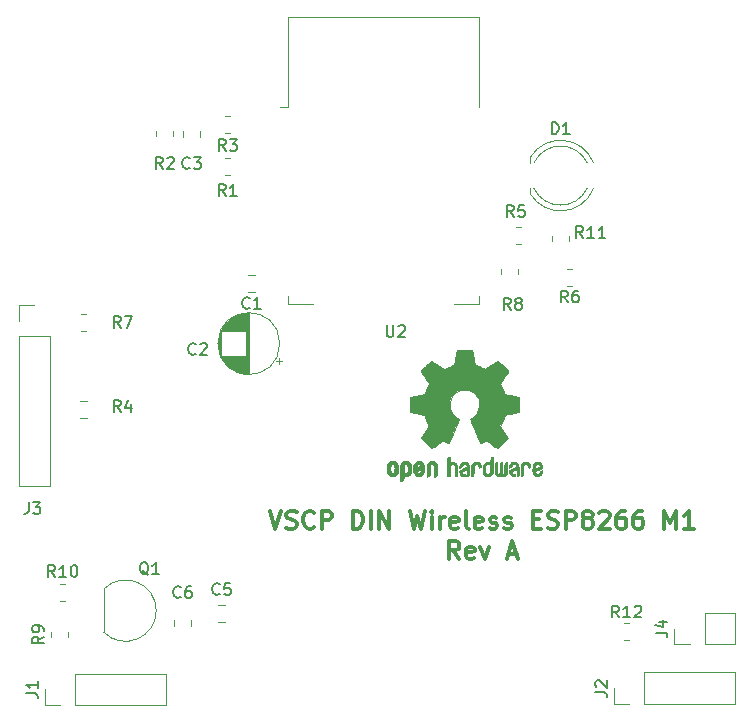
<source format=gbr>
%TF.GenerationSoftware,KiCad,Pcbnew,5.1.9+dfsg1-1*%
%TF.CreationDate,2021-05-25T15:38:03+02:00*%
%TF.ProjectId,vscp-din-wireless-esp8266,76736370-2d64-4696-9e2d-776972656c65,rev?*%
%TF.SameCoordinates,Original*%
%TF.FileFunction,Legend,Top*%
%TF.FilePolarity,Positive*%
%FSLAX46Y46*%
G04 Gerber Fmt 4.6, Leading zero omitted, Abs format (unit mm)*
G04 Created by KiCad (PCBNEW 5.1.9+dfsg1-1) date 2021-05-25 15:38:03*
%MOMM*%
%LPD*%
G01*
G04 APERTURE LIST*
%ADD10C,0.300000*%
%ADD11C,0.010000*%
%ADD12C,0.120000*%
%ADD13C,0.150000*%
G04 APERTURE END LIST*
D10*
X137920285Y-82485571D02*
X138420285Y-83985571D01*
X138920285Y-82485571D01*
X139348857Y-83914142D02*
X139563142Y-83985571D01*
X139920285Y-83985571D01*
X140063142Y-83914142D01*
X140134571Y-83842714D01*
X140206000Y-83699857D01*
X140206000Y-83557000D01*
X140134571Y-83414142D01*
X140063142Y-83342714D01*
X139920285Y-83271285D01*
X139634571Y-83199857D01*
X139491714Y-83128428D01*
X139420285Y-83057000D01*
X139348857Y-82914142D01*
X139348857Y-82771285D01*
X139420285Y-82628428D01*
X139491714Y-82557000D01*
X139634571Y-82485571D01*
X139991714Y-82485571D01*
X140206000Y-82557000D01*
X141706000Y-83842714D02*
X141634571Y-83914142D01*
X141420285Y-83985571D01*
X141277428Y-83985571D01*
X141063142Y-83914142D01*
X140920285Y-83771285D01*
X140848857Y-83628428D01*
X140777428Y-83342714D01*
X140777428Y-83128428D01*
X140848857Y-82842714D01*
X140920285Y-82699857D01*
X141063142Y-82557000D01*
X141277428Y-82485571D01*
X141420285Y-82485571D01*
X141634571Y-82557000D01*
X141706000Y-82628428D01*
X142348857Y-83985571D02*
X142348857Y-82485571D01*
X142920285Y-82485571D01*
X143063142Y-82557000D01*
X143134571Y-82628428D01*
X143206000Y-82771285D01*
X143206000Y-82985571D01*
X143134571Y-83128428D01*
X143063142Y-83199857D01*
X142920285Y-83271285D01*
X142348857Y-83271285D01*
X144991714Y-83985571D02*
X144991714Y-82485571D01*
X145348857Y-82485571D01*
X145563142Y-82557000D01*
X145706000Y-82699857D01*
X145777428Y-82842714D01*
X145848857Y-83128428D01*
X145848857Y-83342714D01*
X145777428Y-83628428D01*
X145706000Y-83771285D01*
X145563142Y-83914142D01*
X145348857Y-83985571D01*
X144991714Y-83985571D01*
X146491714Y-83985571D02*
X146491714Y-82485571D01*
X147206000Y-83985571D02*
X147206000Y-82485571D01*
X148063142Y-83985571D01*
X148063142Y-82485571D01*
X149777428Y-82485571D02*
X150134571Y-83985571D01*
X150420285Y-82914142D01*
X150706000Y-83985571D01*
X151063142Y-82485571D01*
X151634571Y-83985571D02*
X151634571Y-82985571D01*
X151634571Y-82485571D02*
X151563142Y-82557000D01*
X151634571Y-82628428D01*
X151706000Y-82557000D01*
X151634571Y-82485571D01*
X151634571Y-82628428D01*
X152348857Y-83985571D02*
X152348857Y-82985571D01*
X152348857Y-83271285D02*
X152420285Y-83128428D01*
X152491714Y-83057000D01*
X152634571Y-82985571D01*
X152777428Y-82985571D01*
X153848857Y-83914142D02*
X153706000Y-83985571D01*
X153420285Y-83985571D01*
X153277428Y-83914142D01*
X153206000Y-83771285D01*
X153206000Y-83199857D01*
X153277428Y-83057000D01*
X153420285Y-82985571D01*
X153706000Y-82985571D01*
X153848857Y-83057000D01*
X153920285Y-83199857D01*
X153920285Y-83342714D01*
X153206000Y-83485571D01*
X154777428Y-83985571D02*
X154634571Y-83914142D01*
X154563142Y-83771285D01*
X154563142Y-82485571D01*
X155920285Y-83914142D02*
X155777428Y-83985571D01*
X155491714Y-83985571D01*
X155348857Y-83914142D01*
X155277428Y-83771285D01*
X155277428Y-83199857D01*
X155348857Y-83057000D01*
X155491714Y-82985571D01*
X155777428Y-82985571D01*
X155920285Y-83057000D01*
X155991714Y-83199857D01*
X155991714Y-83342714D01*
X155277428Y-83485571D01*
X156563142Y-83914142D02*
X156706000Y-83985571D01*
X156991714Y-83985571D01*
X157134571Y-83914142D01*
X157206000Y-83771285D01*
X157206000Y-83699857D01*
X157134571Y-83557000D01*
X156991714Y-83485571D01*
X156777428Y-83485571D01*
X156634571Y-83414142D01*
X156563142Y-83271285D01*
X156563142Y-83199857D01*
X156634571Y-83057000D01*
X156777428Y-82985571D01*
X156991714Y-82985571D01*
X157134571Y-83057000D01*
X157777428Y-83914142D02*
X157920285Y-83985571D01*
X158206000Y-83985571D01*
X158348857Y-83914142D01*
X158420285Y-83771285D01*
X158420285Y-83699857D01*
X158348857Y-83557000D01*
X158206000Y-83485571D01*
X157991714Y-83485571D01*
X157848857Y-83414142D01*
X157777428Y-83271285D01*
X157777428Y-83199857D01*
X157848857Y-83057000D01*
X157991714Y-82985571D01*
X158206000Y-82985571D01*
X158348857Y-83057000D01*
X160206000Y-83199857D02*
X160706000Y-83199857D01*
X160920285Y-83985571D02*
X160206000Y-83985571D01*
X160206000Y-82485571D01*
X160920285Y-82485571D01*
X161491714Y-83914142D02*
X161706000Y-83985571D01*
X162063142Y-83985571D01*
X162206000Y-83914142D01*
X162277428Y-83842714D01*
X162348857Y-83699857D01*
X162348857Y-83557000D01*
X162277428Y-83414142D01*
X162206000Y-83342714D01*
X162063142Y-83271285D01*
X161777428Y-83199857D01*
X161634571Y-83128428D01*
X161563142Y-83057000D01*
X161491714Y-82914142D01*
X161491714Y-82771285D01*
X161563142Y-82628428D01*
X161634571Y-82557000D01*
X161777428Y-82485571D01*
X162134571Y-82485571D01*
X162348857Y-82557000D01*
X162991714Y-83985571D02*
X162991714Y-82485571D01*
X163563142Y-82485571D01*
X163706000Y-82557000D01*
X163777428Y-82628428D01*
X163848857Y-82771285D01*
X163848857Y-82985571D01*
X163777428Y-83128428D01*
X163706000Y-83199857D01*
X163563142Y-83271285D01*
X162991714Y-83271285D01*
X164706000Y-83128428D02*
X164563142Y-83057000D01*
X164491714Y-82985571D01*
X164420285Y-82842714D01*
X164420285Y-82771285D01*
X164491714Y-82628428D01*
X164563142Y-82557000D01*
X164706000Y-82485571D01*
X164991714Y-82485571D01*
X165134571Y-82557000D01*
X165206000Y-82628428D01*
X165277428Y-82771285D01*
X165277428Y-82842714D01*
X165206000Y-82985571D01*
X165134571Y-83057000D01*
X164991714Y-83128428D01*
X164706000Y-83128428D01*
X164563142Y-83199857D01*
X164491714Y-83271285D01*
X164420285Y-83414142D01*
X164420285Y-83699857D01*
X164491714Y-83842714D01*
X164563142Y-83914142D01*
X164706000Y-83985571D01*
X164991714Y-83985571D01*
X165134571Y-83914142D01*
X165206000Y-83842714D01*
X165277428Y-83699857D01*
X165277428Y-83414142D01*
X165206000Y-83271285D01*
X165134571Y-83199857D01*
X164991714Y-83128428D01*
X165848857Y-82628428D02*
X165920285Y-82557000D01*
X166063142Y-82485571D01*
X166420285Y-82485571D01*
X166563142Y-82557000D01*
X166634571Y-82628428D01*
X166706000Y-82771285D01*
X166706000Y-82914142D01*
X166634571Y-83128428D01*
X165777428Y-83985571D01*
X166706000Y-83985571D01*
X167991714Y-82485571D02*
X167706000Y-82485571D01*
X167563142Y-82557000D01*
X167491714Y-82628428D01*
X167348857Y-82842714D01*
X167277428Y-83128428D01*
X167277428Y-83699857D01*
X167348857Y-83842714D01*
X167420285Y-83914142D01*
X167563142Y-83985571D01*
X167848857Y-83985571D01*
X167991714Y-83914142D01*
X168063142Y-83842714D01*
X168134571Y-83699857D01*
X168134571Y-83342714D01*
X168063142Y-83199857D01*
X167991714Y-83128428D01*
X167848857Y-83057000D01*
X167563142Y-83057000D01*
X167420285Y-83128428D01*
X167348857Y-83199857D01*
X167277428Y-83342714D01*
X169420285Y-82485571D02*
X169134571Y-82485571D01*
X168991714Y-82557000D01*
X168920285Y-82628428D01*
X168777428Y-82842714D01*
X168706000Y-83128428D01*
X168706000Y-83699857D01*
X168777428Y-83842714D01*
X168848857Y-83914142D01*
X168991714Y-83985571D01*
X169277428Y-83985571D01*
X169420285Y-83914142D01*
X169491714Y-83842714D01*
X169563142Y-83699857D01*
X169563142Y-83342714D01*
X169491714Y-83199857D01*
X169420285Y-83128428D01*
X169277428Y-83057000D01*
X168991714Y-83057000D01*
X168848857Y-83128428D01*
X168777428Y-83199857D01*
X168706000Y-83342714D01*
X171348857Y-83985571D02*
X171348857Y-82485571D01*
X171848857Y-83557000D01*
X172348857Y-82485571D01*
X172348857Y-83985571D01*
X173848857Y-83985571D02*
X172991714Y-83985571D01*
X173420285Y-83985571D02*
X173420285Y-82485571D01*
X173277428Y-82699857D01*
X173134571Y-82842714D01*
X172991714Y-82914142D01*
X153991714Y-86535571D02*
X153491714Y-85821285D01*
X153134571Y-86535571D02*
X153134571Y-85035571D01*
X153706000Y-85035571D01*
X153848857Y-85107000D01*
X153920285Y-85178428D01*
X153991714Y-85321285D01*
X153991714Y-85535571D01*
X153920285Y-85678428D01*
X153848857Y-85749857D01*
X153706000Y-85821285D01*
X153134571Y-85821285D01*
X155206000Y-86464142D02*
X155063142Y-86535571D01*
X154777428Y-86535571D01*
X154634571Y-86464142D01*
X154563142Y-86321285D01*
X154563142Y-85749857D01*
X154634571Y-85607000D01*
X154777428Y-85535571D01*
X155063142Y-85535571D01*
X155206000Y-85607000D01*
X155277428Y-85749857D01*
X155277428Y-85892714D01*
X154563142Y-86035571D01*
X155777428Y-85535571D02*
X156134571Y-86535571D01*
X156491714Y-85535571D01*
X158134571Y-86107000D02*
X158848857Y-86107000D01*
X157991714Y-86535571D02*
X158491714Y-85035571D01*
X158991714Y-86535571D01*
D11*
%TO.C,REF\u002A\u002A*%
G36*
X149603900Y-78283903D02*
G01*
X149715450Y-78339522D01*
X149813908Y-78441931D01*
X149841023Y-78479864D01*
X149870562Y-78529500D01*
X149889728Y-78583412D01*
X149900693Y-78655364D01*
X149905629Y-78759122D01*
X149906713Y-78896101D01*
X149901818Y-79083815D01*
X149884804Y-79224758D01*
X149852177Y-79329908D01*
X149800442Y-79410243D01*
X149726104Y-79476741D01*
X149720642Y-79480678D01*
X149647380Y-79520953D01*
X149559160Y-79540880D01*
X149446962Y-79545793D01*
X149264567Y-79545793D01*
X149264491Y-79722857D01*
X149262793Y-79821470D01*
X149252450Y-79879314D01*
X149225422Y-79914006D01*
X149173668Y-79943164D01*
X149161239Y-79949121D01*
X149103077Y-79977039D01*
X149058044Y-79994672D01*
X149024559Y-79996194D01*
X149001038Y-79975781D01*
X148985900Y-79927607D01*
X148977563Y-79845846D01*
X148974444Y-79724672D01*
X148974960Y-79558260D01*
X148977529Y-79340785D01*
X148978332Y-79275736D01*
X148981222Y-79051502D01*
X148983812Y-78904821D01*
X149264414Y-78904821D01*
X149265991Y-79029326D01*
X149273000Y-79110787D01*
X149288858Y-79164515D01*
X149316981Y-79205823D01*
X149336075Y-79225971D01*
X149414135Y-79284921D01*
X149483247Y-79289720D01*
X149554560Y-79241038D01*
X149556368Y-79239241D01*
X149585383Y-79201618D01*
X149603033Y-79150484D01*
X149611936Y-79071738D01*
X149614709Y-78951276D01*
X149614759Y-78924588D01*
X149608058Y-78758583D01*
X149586248Y-78643505D01*
X149546765Y-78573254D01*
X149487044Y-78541729D01*
X149452528Y-78538552D01*
X149370611Y-78553460D01*
X149314421Y-78602548D01*
X149280598Y-78692362D01*
X149265780Y-78829445D01*
X149264414Y-78904821D01*
X148983812Y-78904821D01*
X148984287Y-78877952D01*
X148988247Y-78747382D01*
X148993826Y-78652087D01*
X149001746Y-78584364D01*
X149012731Y-78536507D01*
X149027501Y-78500813D01*
X149046782Y-78469578D01*
X149055049Y-78457824D01*
X149164712Y-78346797D01*
X149303365Y-78283847D01*
X149463754Y-78266297D01*
X149603900Y-78283903D01*
G37*
X149603900Y-78283903D02*
X149715450Y-78339522D01*
X149813908Y-78441931D01*
X149841023Y-78479864D01*
X149870562Y-78529500D01*
X149889728Y-78583412D01*
X149900693Y-78655364D01*
X149905629Y-78759122D01*
X149906713Y-78896101D01*
X149901818Y-79083815D01*
X149884804Y-79224758D01*
X149852177Y-79329908D01*
X149800442Y-79410243D01*
X149726104Y-79476741D01*
X149720642Y-79480678D01*
X149647380Y-79520953D01*
X149559160Y-79540880D01*
X149446962Y-79545793D01*
X149264567Y-79545793D01*
X149264491Y-79722857D01*
X149262793Y-79821470D01*
X149252450Y-79879314D01*
X149225422Y-79914006D01*
X149173668Y-79943164D01*
X149161239Y-79949121D01*
X149103077Y-79977039D01*
X149058044Y-79994672D01*
X149024559Y-79996194D01*
X149001038Y-79975781D01*
X148985900Y-79927607D01*
X148977563Y-79845846D01*
X148974444Y-79724672D01*
X148974960Y-79558260D01*
X148977529Y-79340785D01*
X148978332Y-79275736D01*
X148981222Y-79051502D01*
X148983812Y-78904821D01*
X149264414Y-78904821D01*
X149265991Y-79029326D01*
X149273000Y-79110787D01*
X149288858Y-79164515D01*
X149316981Y-79205823D01*
X149336075Y-79225971D01*
X149414135Y-79284921D01*
X149483247Y-79289720D01*
X149554560Y-79241038D01*
X149556368Y-79239241D01*
X149585383Y-79201618D01*
X149603033Y-79150484D01*
X149611936Y-79071738D01*
X149614709Y-78951276D01*
X149614759Y-78924588D01*
X149608058Y-78758583D01*
X149586248Y-78643505D01*
X149546765Y-78573254D01*
X149487044Y-78541729D01*
X149452528Y-78538552D01*
X149370611Y-78553460D01*
X149314421Y-78602548D01*
X149280598Y-78692362D01*
X149265780Y-78829445D01*
X149264414Y-78904821D01*
X148983812Y-78904821D01*
X148984287Y-78877952D01*
X148988247Y-78747382D01*
X148993826Y-78652087D01*
X149001746Y-78584364D01*
X149012731Y-78536507D01*
X149027501Y-78500813D01*
X149046782Y-78469578D01*
X149055049Y-78457824D01*
X149164712Y-78346797D01*
X149303365Y-78283847D01*
X149463754Y-78266297D01*
X149603900Y-78283903D01*
G36*
X151849429Y-78299719D02*
G01*
X151943123Y-78353914D01*
X152008264Y-78407707D01*
X152055907Y-78464066D01*
X152088728Y-78532987D01*
X152109406Y-78624468D01*
X152120620Y-78748506D01*
X152125049Y-78915098D01*
X152125563Y-79034851D01*
X152125563Y-79475659D01*
X152001483Y-79531283D01*
X151877402Y-79586907D01*
X151862805Y-79104095D01*
X151856773Y-78923779D01*
X151850445Y-78792901D01*
X151842606Y-78702511D01*
X151832037Y-78643664D01*
X151817523Y-78607413D01*
X151797848Y-78584810D01*
X151791535Y-78579917D01*
X151695888Y-78541706D01*
X151599207Y-78556827D01*
X151541655Y-78596943D01*
X151518245Y-78625370D01*
X151502039Y-78662672D01*
X151491741Y-78719223D01*
X151486049Y-78805394D01*
X151483664Y-78931558D01*
X151483264Y-79063042D01*
X151483186Y-79227999D01*
X151480361Y-79344761D01*
X151470907Y-79423510D01*
X151450940Y-79474431D01*
X151416576Y-79507706D01*
X151363932Y-79533520D01*
X151293617Y-79560344D01*
X151216820Y-79589542D01*
X151225962Y-79071346D01*
X151229643Y-78884539D01*
X151233950Y-78746490D01*
X151240123Y-78647568D01*
X151249402Y-78578145D01*
X151263027Y-78528590D01*
X151282239Y-78489273D01*
X151305402Y-78454584D01*
X151417152Y-78343770D01*
X151553513Y-78279689D01*
X151701825Y-78264339D01*
X151849429Y-78299719D01*
G37*
X151849429Y-78299719D02*
X151943123Y-78353914D01*
X152008264Y-78407707D01*
X152055907Y-78464066D01*
X152088728Y-78532987D01*
X152109406Y-78624468D01*
X152120620Y-78748506D01*
X152125049Y-78915098D01*
X152125563Y-79034851D01*
X152125563Y-79475659D01*
X152001483Y-79531283D01*
X151877402Y-79586907D01*
X151862805Y-79104095D01*
X151856773Y-78923779D01*
X151850445Y-78792901D01*
X151842606Y-78702511D01*
X151832037Y-78643664D01*
X151817523Y-78607413D01*
X151797848Y-78584810D01*
X151791535Y-78579917D01*
X151695888Y-78541706D01*
X151599207Y-78556827D01*
X151541655Y-78596943D01*
X151518245Y-78625370D01*
X151502039Y-78662672D01*
X151491741Y-78719223D01*
X151486049Y-78805394D01*
X151483664Y-78931558D01*
X151483264Y-79063042D01*
X151483186Y-79227999D01*
X151480361Y-79344761D01*
X151470907Y-79423510D01*
X151450940Y-79474431D01*
X151416576Y-79507706D01*
X151363932Y-79533520D01*
X151293617Y-79560344D01*
X151216820Y-79589542D01*
X151225962Y-79071346D01*
X151229643Y-78884539D01*
X151233950Y-78746490D01*
X151240123Y-78647568D01*
X151249402Y-78578145D01*
X151263027Y-78528590D01*
X151282239Y-78489273D01*
X151305402Y-78454584D01*
X151417152Y-78343770D01*
X151553513Y-78279689D01*
X151701825Y-78264339D01*
X151849429Y-78299719D01*
G36*
X148480221Y-78288015D02*
G01*
X148617061Y-78359968D01*
X148718051Y-78475766D01*
X148753925Y-78550213D01*
X148781839Y-78661992D01*
X148796129Y-78803227D01*
X148797484Y-78957371D01*
X148786595Y-79107879D01*
X148764153Y-79238205D01*
X148730850Y-79331803D01*
X148720615Y-79347922D01*
X148599382Y-79468249D01*
X148455387Y-79540317D01*
X148299139Y-79561408D01*
X148141148Y-79528802D01*
X148097180Y-79509253D01*
X148011556Y-79449012D01*
X147936408Y-79369135D01*
X147929306Y-79359004D01*
X147900439Y-79310181D01*
X147881357Y-79257990D01*
X147870084Y-79189285D01*
X147864645Y-79090918D01*
X147863062Y-78949744D01*
X147863035Y-78918092D01*
X147863107Y-78908019D01*
X148154989Y-78908019D01*
X148156687Y-79041256D01*
X148163372Y-79129674D01*
X148177425Y-79186785D01*
X148201229Y-79226102D01*
X148213379Y-79239241D01*
X148283236Y-79289172D01*
X148351059Y-79286895D01*
X148419635Y-79243584D01*
X148460535Y-79197346D01*
X148484758Y-79129857D01*
X148498361Y-79023433D01*
X148499294Y-79011020D01*
X148501616Y-78818147D01*
X148477350Y-78674900D01*
X148426824Y-78582160D01*
X148350368Y-78540807D01*
X148323076Y-78538552D01*
X148251411Y-78549893D01*
X148202390Y-78589184D01*
X148172418Y-78664326D01*
X148157899Y-78783222D01*
X148154989Y-78908019D01*
X147863107Y-78908019D01*
X147864122Y-78767659D01*
X147868688Y-78662549D01*
X147878688Y-78589714D01*
X147896079Y-78536108D01*
X147922816Y-78488681D01*
X147928724Y-78479864D01*
X148028032Y-78361007D01*
X148136242Y-78292008D01*
X148267981Y-78264619D01*
X148312717Y-78263281D01*
X148480221Y-78288015D01*
G37*
X148480221Y-78288015D02*
X148617061Y-78359968D01*
X148718051Y-78475766D01*
X148753925Y-78550213D01*
X148781839Y-78661992D01*
X148796129Y-78803227D01*
X148797484Y-78957371D01*
X148786595Y-79107879D01*
X148764153Y-79238205D01*
X148730850Y-79331803D01*
X148720615Y-79347922D01*
X148599382Y-79468249D01*
X148455387Y-79540317D01*
X148299139Y-79561408D01*
X148141148Y-79528802D01*
X148097180Y-79509253D01*
X148011556Y-79449012D01*
X147936408Y-79369135D01*
X147929306Y-79359004D01*
X147900439Y-79310181D01*
X147881357Y-79257990D01*
X147870084Y-79189285D01*
X147864645Y-79090918D01*
X147863062Y-78949744D01*
X147863035Y-78918092D01*
X147863107Y-78908019D01*
X148154989Y-78908019D01*
X148156687Y-79041256D01*
X148163372Y-79129674D01*
X148177425Y-79186785D01*
X148201229Y-79226102D01*
X148213379Y-79239241D01*
X148283236Y-79289172D01*
X148351059Y-79286895D01*
X148419635Y-79243584D01*
X148460535Y-79197346D01*
X148484758Y-79129857D01*
X148498361Y-79023433D01*
X148499294Y-79011020D01*
X148501616Y-78818147D01*
X148477350Y-78674900D01*
X148426824Y-78582160D01*
X148350368Y-78540807D01*
X148323076Y-78538552D01*
X148251411Y-78549893D01*
X148202390Y-78589184D01*
X148172418Y-78664326D01*
X148157899Y-78783222D01*
X148154989Y-78908019D01*
X147863107Y-78908019D01*
X147864122Y-78767659D01*
X147868688Y-78662549D01*
X147878688Y-78589714D01*
X147896079Y-78536108D01*
X147922816Y-78488681D01*
X147928724Y-78479864D01*
X148028032Y-78361007D01*
X148136242Y-78292008D01*
X148267981Y-78264619D01*
X148312717Y-78263281D01*
X148480221Y-78288015D01*
G36*
X150747552Y-78306676D02*
G01*
X150862658Y-78384111D01*
X150951611Y-78495949D01*
X151004749Y-78638265D01*
X151015497Y-78743015D01*
X151014276Y-78786726D01*
X151004056Y-78820194D01*
X150975961Y-78850179D01*
X150921116Y-78883440D01*
X150830645Y-78926738D01*
X150695672Y-78986833D01*
X150694989Y-78987134D01*
X150570751Y-79044037D01*
X150468873Y-79094565D01*
X150399767Y-79133280D01*
X150373846Y-79154740D01*
X150373839Y-79154913D01*
X150396685Y-79201644D01*
X150450109Y-79253154D01*
X150511442Y-79290261D01*
X150542515Y-79297632D01*
X150627289Y-79272138D01*
X150700293Y-79208291D01*
X150735913Y-79138094D01*
X150770180Y-79086343D01*
X150837303Y-79027409D01*
X150916208Y-78976496D01*
X150985821Y-78948809D01*
X151000377Y-78947287D01*
X151016763Y-78972321D01*
X151017750Y-79036311D01*
X151005708Y-79122593D01*
X150983007Y-79214501D01*
X150952014Y-79295369D01*
X150950448Y-79298509D01*
X150857181Y-79428734D01*
X150736304Y-79517311D01*
X150599027Y-79560786D01*
X150456560Y-79555706D01*
X150320112Y-79498616D01*
X150314045Y-79494602D01*
X150206710Y-79397326D01*
X150136132Y-79270409D01*
X150097074Y-79103526D01*
X150091832Y-79056639D01*
X150082548Y-78835329D01*
X150093678Y-78732124D01*
X150373839Y-78732124D01*
X150377479Y-78796503D01*
X150397389Y-78815291D01*
X150447026Y-78801235D01*
X150525267Y-78768009D01*
X150612726Y-78726359D01*
X150614899Y-78725256D01*
X150689030Y-78686265D01*
X150718781Y-78660244D01*
X150711445Y-78632965D01*
X150680553Y-78597121D01*
X150601960Y-78545251D01*
X150517323Y-78541439D01*
X150441403Y-78579189D01*
X150388965Y-78652001D01*
X150373839Y-78732124D01*
X150093678Y-78732124D01*
X150101644Y-78658261D01*
X150150634Y-78517829D01*
X150218836Y-78419447D01*
X150341935Y-78320030D01*
X150477528Y-78270711D01*
X150615955Y-78267568D01*
X150747552Y-78306676D01*
G37*
X150747552Y-78306676D02*
X150862658Y-78384111D01*
X150951611Y-78495949D01*
X151004749Y-78638265D01*
X151015497Y-78743015D01*
X151014276Y-78786726D01*
X151004056Y-78820194D01*
X150975961Y-78850179D01*
X150921116Y-78883440D01*
X150830645Y-78926738D01*
X150695672Y-78986833D01*
X150694989Y-78987134D01*
X150570751Y-79044037D01*
X150468873Y-79094565D01*
X150399767Y-79133280D01*
X150373846Y-79154740D01*
X150373839Y-79154913D01*
X150396685Y-79201644D01*
X150450109Y-79253154D01*
X150511442Y-79290261D01*
X150542515Y-79297632D01*
X150627289Y-79272138D01*
X150700293Y-79208291D01*
X150735913Y-79138094D01*
X150770180Y-79086343D01*
X150837303Y-79027409D01*
X150916208Y-78976496D01*
X150985821Y-78948809D01*
X151000377Y-78947287D01*
X151016763Y-78972321D01*
X151017750Y-79036311D01*
X151005708Y-79122593D01*
X150983007Y-79214501D01*
X150952014Y-79295369D01*
X150950448Y-79298509D01*
X150857181Y-79428734D01*
X150736304Y-79517311D01*
X150599027Y-79560786D01*
X150456560Y-79555706D01*
X150320112Y-79498616D01*
X150314045Y-79494602D01*
X150206710Y-79397326D01*
X150136132Y-79270409D01*
X150097074Y-79103526D01*
X150091832Y-79056639D01*
X150082548Y-78835329D01*
X150093678Y-78732124D01*
X150373839Y-78732124D01*
X150377479Y-78796503D01*
X150397389Y-78815291D01*
X150447026Y-78801235D01*
X150525267Y-78768009D01*
X150612726Y-78726359D01*
X150614899Y-78725256D01*
X150689030Y-78686265D01*
X150718781Y-78660244D01*
X150711445Y-78632965D01*
X150680553Y-78597121D01*
X150601960Y-78545251D01*
X150517323Y-78541439D01*
X150441403Y-78579189D01*
X150388965Y-78652001D01*
X150373839Y-78732124D01*
X150093678Y-78732124D01*
X150101644Y-78658261D01*
X150150634Y-78517829D01*
X150218836Y-78419447D01*
X150341935Y-78320030D01*
X150477528Y-78270711D01*
X150615955Y-78267568D01*
X150747552Y-78306676D01*
G36*
X153176598Y-78145857D02*
G01*
X153185154Y-78265188D01*
X153194981Y-78335506D01*
X153208599Y-78366179D01*
X153228527Y-78366571D01*
X153234989Y-78362910D01*
X153320940Y-78336398D01*
X153432745Y-78337946D01*
X153546414Y-78365199D01*
X153617510Y-78400455D01*
X153690405Y-78456778D01*
X153743693Y-78520519D01*
X153780275Y-78601510D01*
X153803050Y-78709586D01*
X153814919Y-78854580D01*
X153818782Y-79046326D01*
X153818851Y-79083109D01*
X153818897Y-79496288D01*
X153726954Y-79528339D01*
X153661652Y-79550144D01*
X153625824Y-79560297D01*
X153624770Y-79560391D01*
X153621242Y-79532860D01*
X153618239Y-79456923D01*
X153615990Y-79342565D01*
X153614724Y-79199769D01*
X153614529Y-79112951D01*
X153614123Y-78941773D01*
X153612032Y-78819088D01*
X153606947Y-78735000D01*
X153597560Y-78679614D01*
X153582561Y-78643032D01*
X153560642Y-78615359D01*
X153546957Y-78602032D01*
X153452949Y-78548328D01*
X153350364Y-78544307D01*
X153257290Y-78589725D01*
X153240078Y-78606123D01*
X153214832Y-78636957D01*
X153197320Y-78673531D01*
X153186142Y-78726415D01*
X153179896Y-78806177D01*
X153177182Y-78923385D01*
X153176598Y-79084991D01*
X153176598Y-79496288D01*
X153084655Y-79528339D01*
X153019353Y-79550144D01*
X152983525Y-79560297D01*
X152982471Y-79560391D01*
X152979775Y-79532448D01*
X152977345Y-79453630D01*
X152975278Y-79331453D01*
X152973671Y-79173432D01*
X152972623Y-78987083D01*
X152972231Y-78779920D01*
X152972230Y-78770706D01*
X152972230Y-77981020D01*
X153067115Y-77940997D01*
X153162000Y-77900973D01*
X153176598Y-78145857D01*
G37*
X153176598Y-78145857D02*
X153185154Y-78265188D01*
X153194981Y-78335506D01*
X153208599Y-78366179D01*
X153228527Y-78366571D01*
X153234989Y-78362910D01*
X153320940Y-78336398D01*
X153432745Y-78337946D01*
X153546414Y-78365199D01*
X153617510Y-78400455D01*
X153690405Y-78456778D01*
X153743693Y-78520519D01*
X153780275Y-78601510D01*
X153803050Y-78709586D01*
X153814919Y-78854580D01*
X153818782Y-79046326D01*
X153818851Y-79083109D01*
X153818897Y-79496288D01*
X153726954Y-79528339D01*
X153661652Y-79550144D01*
X153625824Y-79560297D01*
X153624770Y-79560391D01*
X153621242Y-79532860D01*
X153618239Y-79456923D01*
X153615990Y-79342565D01*
X153614724Y-79199769D01*
X153614529Y-79112951D01*
X153614123Y-78941773D01*
X153612032Y-78819088D01*
X153606947Y-78735000D01*
X153597560Y-78679614D01*
X153582561Y-78643032D01*
X153560642Y-78615359D01*
X153546957Y-78602032D01*
X153452949Y-78548328D01*
X153350364Y-78544307D01*
X153257290Y-78589725D01*
X153240078Y-78606123D01*
X153214832Y-78636957D01*
X153197320Y-78673531D01*
X153186142Y-78726415D01*
X153179896Y-78806177D01*
X153177182Y-78923385D01*
X153176598Y-79084991D01*
X153176598Y-79496288D01*
X153084655Y-79528339D01*
X153019353Y-79550144D01*
X152983525Y-79560297D01*
X152982471Y-79560391D01*
X152979775Y-79532448D01*
X152977345Y-79453630D01*
X152975278Y-79331453D01*
X152973671Y-79173432D01*
X152972623Y-78987083D01*
X152972231Y-78779920D01*
X152972230Y-78770706D01*
X152972230Y-77981020D01*
X153067115Y-77940997D01*
X153162000Y-77900973D01*
X153176598Y-78145857D01*
G36*
X154511944Y-78346360D02*
G01*
X154626343Y-78388842D01*
X154627652Y-78389658D01*
X154698403Y-78441730D01*
X154750636Y-78502584D01*
X154787371Y-78581887D01*
X154811634Y-78689309D01*
X154826445Y-78834517D01*
X154834829Y-79027179D01*
X154835564Y-79054628D01*
X154846120Y-79468521D01*
X154757291Y-79514456D01*
X154693018Y-79545498D01*
X154654210Y-79560206D01*
X154652415Y-79560391D01*
X154645700Y-79533250D01*
X154640365Y-79460041D01*
X154637083Y-79353081D01*
X154636368Y-79266469D01*
X154636351Y-79126162D01*
X154629937Y-79038051D01*
X154607580Y-78996025D01*
X154559732Y-78993975D01*
X154476849Y-79025790D01*
X154351713Y-79084272D01*
X154259697Y-79132845D01*
X154212371Y-79174986D01*
X154198458Y-79220916D01*
X154198437Y-79223189D01*
X154221395Y-79302311D01*
X154289370Y-79345055D01*
X154393398Y-79351246D01*
X154468330Y-79350172D01*
X154507839Y-79371753D01*
X154532478Y-79423591D01*
X154546659Y-79489632D01*
X154526223Y-79527104D01*
X154518528Y-79532467D01*
X154446083Y-79554006D01*
X154344633Y-79557055D01*
X154240157Y-79542778D01*
X154166125Y-79516688D01*
X154063772Y-79429785D01*
X154005591Y-79308816D01*
X153994069Y-79214308D01*
X154002862Y-79129062D01*
X154034680Y-79059476D01*
X154097684Y-78997672D01*
X154200031Y-78935772D01*
X154349882Y-78865897D01*
X154359012Y-78861948D01*
X154493997Y-78799588D01*
X154577294Y-78748446D01*
X154612997Y-78702488D01*
X154605203Y-78655683D01*
X154558007Y-78601998D01*
X154543894Y-78589644D01*
X154449359Y-78541741D01*
X154351406Y-78543758D01*
X154266097Y-78590724D01*
X154209496Y-78677669D01*
X154204237Y-78694734D01*
X154153023Y-78777504D01*
X154088037Y-78817372D01*
X153994069Y-78856882D01*
X153994069Y-78754658D01*
X154022653Y-78606072D01*
X154107495Y-78469784D01*
X154151645Y-78424191D01*
X154252005Y-78365674D01*
X154379635Y-78339184D01*
X154511944Y-78346360D01*
G37*
X154511944Y-78346360D02*
X154626343Y-78388842D01*
X154627652Y-78389658D01*
X154698403Y-78441730D01*
X154750636Y-78502584D01*
X154787371Y-78581887D01*
X154811634Y-78689309D01*
X154826445Y-78834517D01*
X154834829Y-79027179D01*
X154835564Y-79054628D01*
X154846120Y-79468521D01*
X154757291Y-79514456D01*
X154693018Y-79545498D01*
X154654210Y-79560206D01*
X154652415Y-79560391D01*
X154645700Y-79533250D01*
X154640365Y-79460041D01*
X154637083Y-79353081D01*
X154636368Y-79266469D01*
X154636351Y-79126162D01*
X154629937Y-79038051D01*
X154607580Y-78996025D01*
X154559732Y-78993975D01*
X154476849Y-79025790D01*
X154351713Y-79084272D01*
X154259697Y-79132845D01*
X154212371Y-79174986D01*
X154198458Y-79220916D01*
X154198437Y-79223189D01*
X154221395Y-79302311D01*
X154289370Y-79345055D01*
X154393398Y-79351246D01*
X154468330Y-79350172D01*
X154507839Y-79371753D01*
X154532478Y-79423591D01*
X154546659Y-79489632D01*
X154526223Y-79527104D01*
X154518528Y-79532467D01*
X154446083Y-79554006D01*
X154344633Y-79557055D01*
X154240157Y-79542778D01*
X154166125Y-79516688D01*
X154063772Y-79429785D01*
X154005591Y-79308816D01*
X153994069Y-79214308D01*
X154002862Y-79129062D01*
X154034680Y-79059476D01*
X154097684Y-78997672D01*
X154200031Y-78935772D01*
X154349882Y-78865897D01*
X154359012Y-78861948D01*
X154493997Y-78799588D01*
X154577294Y-78748446D01*
X154612997Y-78702488D01*
X154605203Y-78655683D01*
X154558007Y-78601998D01*
X154543894Y-78589644D01*
X154449359Y-78541741D01*
X154351406Y-78543758D01*
X154266097Y-78590724D01*
X154209496Y-78677669D01*
X154204237Y-78694734D01*
X154153023Y-78777504D01*
X154088037Y-78817372D01*
X153994069Y-78856882D01*
X153994069Y-78754658D01*
X154022653Y-78606072D01*
X154107495Y-78469784D01*
X154151645Y-78424191D01*
X154252005Y-78365674D01*
X154379635Y-78339184D01*
X154511944Y-78346360D01*
G36*
X155497943Y-78343920D02*
G01*
X155630565Y-78392859D01*
X155738010Y-78479419D01*
X155780032Y-78540352D01*
X155825843Y-78652161D01*
X155824891Y-78733006D01*
X155776808Y-78787378D01*
X155759017Y-78796624D01*
X155682204Y-78825450D01*
X155642976Y-78818065D01*
X155629689Y-78769658D01*
X155629012Y-78742920D01*
X155604686Y-78644548D01*
X155541281Y-78575734D01*
X155453154Y-78542498D01*
X155354663Y-78550861D01*
X155274602Y-78594296D01*
X155247561Y-78619072D01*
X155228394Y-78649129D01*
X155215446Y-78694565D01*
X155207064Y-78765476D01*
X155201593Y-78871960D01*
X155197378Y-79024112D01*
X155196287Y-79072287D01*
X155192307Y-79237095D01*
X155187781Y-79353088D01*
X155180995Y-79429833D01*
X155170231Y-79476893D01*
X155153773Y-79503835D01*
X155129906Y-79520223D01*
X155114626Y-79527463D01*
X155049733Y-79552220D01*
X155011534Y-79560391D01*
X154998912Y-79533103D01*
X154991208Y-79450603D01*
X154988380Y-79311941D01*
X154990386Y-79116162D01*
X154991011Y-79085965D01*
X154995421Y-78907349D01*
X155000635Y-78776923D01*
X155008055Y-78684492D01*
X155019082Y-78619858D01*
X155035117Y-78572825D01*
X155057561Y-78533196D01*
X155069302Y-78516215D01*
X155136619Y-78441080D01*
X155211910Y-78382638D01*
X155221128Y-78377536D01*
X155356133Y-78337260D01*
X155497943Y-78343920D01*
G37*
X155497943Y-78343920D02*
X155630565Y-78392859D01*
X155738010Y-78479419D01*
X155780032Y-78540352D01*
X155825843Y-78652161D01*
X155824891Y-78733006D01*
X155776808Y-78787378D01*
X155759017Y-78796624D01*
X155682204Y-78825450D01*
X155642976Y-78818065D01*
X155629689Y-78769658D01*
X155629012Y-78742920D01*
X155604686Y-78644548D01*
X155541281Y-78575734D01*
X155453154Y-78542498D01*
X155354663Y-78550861D01*
X155274602Y-78594296D01*
X155247561Y-78619072D01*
X155228394Y-78649129D01*
X155215446Y-78694565D01*
X155207064Y-78765476D01*
X155201593Y-78871960D01*
X155197378Y-79024112D01*
X155196287Y-79072287D01*
X155192307Y-79237095D01*
X155187781Y-79353088D01*
X155180995Y-79429833D01*
X155170231Y-79476893D01*
X155153773Y-79503835D01*
X155129906Y-79520223D01*
X155114626Y-79527463D01*
X155049733Y-79552220D01*
X155011534Y-79560391D01*
X154998912Y-79533103D01*
X154991208Y-79450603D01*
X154988380Y-79311941D01*
X154990386Y-79116162D01*
X154991011Y-79085965D01*
X154995421Y-78907349D01*
X155000635Y-78776923D01*
X155008055Y-78684492D01*
X155019082Y-78619858D01*
X155035117Y-78572825D01*
X155057561Y-78533196D01*
X155069302Y-78516215D01*
X155136619Y-78441080D01*
X155211910Y-78382638D01*
X155221128Y-78377536D01*
X155356133Y-78337260D01*
X155497943Y-78343920D01*
G36*
X156825914Y-78576455D02*
G01*
X156825543Y-78794661D01*
X156824108Y-78962519D01*
X156821002Y-79088070D01*
X156815622Y-79179355D01*
X156807362Y-79244415D01*
X156795616Y-79291291D01*
X156779781Y-79328024D01*
X156767790Y-79348991D01*
X156668490Y-79462694D01*
X156542588Y-79533965D01*
X156403291Y-79559538D01*
X156263805Y-79536150D01*
X156180743Y-79494119D01*
X156093545Y-79421411D01*
X156034117Y-79332612D01*
X155998261Y-79216320D01*
X155981781Y-79061135D01*
X155979447Y-78947287D01*
X155979761Y-78939106D01*
X156183724Y-78939106D01*
X156184970Y-79069657D01*
X156190678Y-79156080D01*
X156203804Y-79212618D01*
X156227306Y-79253514D01*
X156255386Y-79284362D01*
X156349688Y-79343905D01*
X156450940Y-79348992D01*
X156546636Y-79299279D01*
X156554084Y-79292543D01*
X156585874Y-79257502D01*
X156605808Y-79215811D01*
X156616600Y-79153762D01*
X156620965Y-79057644D01*
X156621655Y-78951379D01*
X156620159Y-78817880D01*
X156613964Y-78728822D01*
X156600514Y-78670293D01*
X156577251Y-78628382D01*
X156558175Y-78606123D01*
X156469563Y-78549985D01*
X156367508Y-78543235D01*
X156270095Y-78586114D01*
X156251296Y-78602032D01*
X156219293Y-78637382D01*
X156199318Y-78679502D01*
X156188593Y-78742251D01*
X156184339Y-78839487D01*
X156183724Y-78939106D01*
X155979761Y-78939106D01*
X155986504Y-78763947D01*
X156010472Y-78626195D01*
X156055548Y-78522632D01*
X156125928Y-78441856D01*
X156180743Y-78400455D01*
X156280376Y-78355728D01*
X156395855Y-78334967D01*
X156503199Y-78340525D01*
X156563264Y-78362943D01*
X156586835Y-78369323D01*
X156602477Y-78345535D01*
X156613395Y-78281788D01*
X156621655Y-78184687D01*
X156630699Y-78076541D01*
X156643261Y-78011475D01*
X156666119Y-77974268D01*
X156706051Y-77949699D01*
X156731138Y-77938819D01*
X156826023Y-77899072D01*
X156825914Y-78576455D01*
G37*
X156825914Y-78576455D02*
X156825543Y-78794661D01*
X156824108Y-78962519D01*
X156821002Y-79088070D01*
X156815622Y-79179355D01*
X156807362Y-79244415D01*
X156795616Y-79291291D01*
X156779781Y-79328024D01*
X156767790Y-79348991D01*
X156668490Y-79462694D01*
X156542588Y-79533965D01*
X156403291Y-79559538D01*
X156263805Y-79536150D01*
X156180743Y-79494119D01*
X156093545Y-79421411D01*
X156034117Y-79332612D01*
X155998261Y-79216320D01*
X155981781Y-79061135D01*
X155979447Y-78947287D01*
X155979761Y-78939106D01*
X156183724Y-78939106D01*
X156184970Y-79069657D01*
X156190678Y-79156080D01*
X156203804Y-79212618D01*
X156227306Y-79253514D01*
X156255386Y-79284362D01*
X156349688Y-79343905D01*
X156450940Y-79348992D01*
X156546636Y-79299279D01*
X156554084Y-79292543D01*
X156585874Y-79257502D01*
X156605808Y-79215811D01*
X156616600Y-79153762D01*
X156620965Y-79057644D01*
X156621655Y-78951379D01*
X156620159Y-78817880D01*
X156613964Y-78728822D01*
X156600514Y-78670293D01*
X156577251Y-78628382D01*
X156558175Y-78606123D01*
X156469563Y-78549985D01*
X156367508Y-78543235D01*
X156270095Y-78586114D01*
X156251296Y-78602032D01*
X156219293Y-78637382D01*
X156199318Y-78679502D01*
X156188593Y-78742251D01*
X156184339Y-78839487D01*
X156183724Y-78939106D01*
X155979761Y-78939106D01*
X155986504Y-78763947D01*
X156010472Y-78626195D01*
X156055548Y-78522632D01*
X156125928Y-78441856D01*
X156180743Y-78400455D01*
X156280376Y-78355728D01*
X156395855Y-78334967D01*
X156503199Y-78340525D01*
X156563264Y-78362943D01*
X156586835Y-78369323D01*
X156602477Y-78345535D01*
X156613395Y-78281788D01*
X156621655Y-78184687D01*
X156630699Y-78076541D01*
X156643261Y-78011475D01*
X156666119Y-77974268D01*
X156706051Y-77949699D01*
X156731138Y-77938819D01*
X156826023Y-77899072D01*
X156825914Y-78576455D01*
G36*
X158012124Y-78361840D02*
G01*
X158016579Y-78438653D01*
X158020071Y-78555391D01*
X158022315Y-78702821D01*
X158023035Y-78857455D01*
X158023035Y-79380727D01*
X157930645Y-79473117D01*
X157866978Y-79530047D01*
X157811089Y-79553107D01*
X157734702Y-79551647D01*
X157704380Y-79547934D01*
X157609610Y-79537126D01*
X157531222Y-79530933D01*
X157512115Y-79530361D01*
X157447699Y-79534102D01*
X157355571Y-79543494D01*
X157319850Y-79547934D01*
X157232114Y-79554801D01*
X157173153Y-79539885D01*
X157114690Y-79493835D01*
X157093585Y-79473117D01*
X157001195Y-79380727D01*
X157001195Y-78401947D01*
X157075558Y-78368066D01*
X157139590Y-78342970D01*
X157177052Y-78334184D01*
X157186657Y-78361950D01*
X157195635Y-78439530D01*
X157203386Y-78558348D01*
X157209314Y-78709828D01*
X157212173Y-78837805D01*
X157220161Y-79341425D01*
X157289848Y-79351278D01*
X157353229Y-79344389D01*
X157384286Y-79322083D01*
X157392967Y-79280379D01*
X157400378Y-79191544D01*
X157405931Y-79066834D01*
X157409036Y-78917507D01*
X157409484Y-78840661D01*
X157409931Y-78398287D01*
X157501874Y-78366235D01*
X157566949Y-78344443D01*
X157602347Y-78334281D01*
X157603368Y-78334184D01*
X157606920Y-78361809D01*
X157610823Y-78438411D01*
X157614751Y-78554579D01*
X157618376Y-78700904D01*
X157620908Y-78837805D01*
X157628897Y-79341425D01*
X157804069Y-79341425D01*
X157812107Y-78881965D01*
X157820146Y-78422505D01*
X157905543Y-78378344D01*
X157968593Y-78348019D01*
X158005910Y-78334258D01*
X158006987Y-78334184D01*
X158012124Y-78361840D01*
G37*
X158012124Y-78361840D02*
X158016579Y-78438653D01*
X158020071Y-78555391D01*
X158022315Y-78702821D01*
X158023035Y-78857455D01*
X158023035Y-79380727D01*
X157930645Y-79473117D01*
X157866978Y-79530047D01*
X157811089Y-79553107D01*
X157734702Y-79551647D01*
X157704380Y-79547934D01*
X157609610Y-79537126D01*
X157531222Y-79530933D01*
X157512115Y-79530361D01*
X157447699Y-79534102D01*
X157355571Y-79543494D01*
X157319850Y-79547934D01*
X157232114Y-79554801D01*
X157173153Y-79539885D01*
X157114690Y-79493835D01*
X157093585Y-79473117D01*
X157001195Y-79380727D01*
X157001195Y-78401947D01*
X157075558Y-78368066D01*
X157139590Y-78342970D01*
X157177052Y-78334184D01*
X157186657Y-78361950D01*
X157195635Y-78439530D01*
X157203386Y-78558348D01*
X157209314Y-78709828D01*
X157212173Y-78837805D01*
X157220161Y-79341425D01*
X157289848Y-79351278D01*
X157353229Y-79344389D01*
X157384286Y-79322083D01*
X157392967Y-79280379D01*
X157400378Y-79191544D01*
X157405931Y-79066834D01*
X157409036Y-78917507D01*
X157409484Y-78840661D01*
X157409931Y-78398287D01*
X157501874Y-78366235D01*
X157566949Y-78344443D01*
X157602347Y-78334281D01*
X157603368Y-78334184D01*
X157606920Y-78361809D01*
X157610823Y-78438411D01*
X157614751Y-78554579D01*
X157618376Y-78700904D01*
X157620908Y-78837805D01*
X157628897Y-79341425D01*
X157804069Y-79341425D01*
X157812107Y-78881965D01*
X157820146Y-78422505D01*
X157905543Y-78378344D01*
X157968593Y-78348019D01*
X158005910Y-78334258D01*
X158006987Y-78334184D01*
X158012124Y-78361840D01*
G36*
X158746406Y-78357156D02*
G01*
X158830469Y-78395393D01*
X158896450Y-78441726D01*
X158944794Y-78493532D01*
X158978172Y-78560363D01*
X158999253Y-78651769D01*
X159010707Y-78777301D01*
X159015203Y-78946508D01*
X159015678Y-79057933D01*
X159015678Y-79492627D01*
X158941316Y-79526509D01*
X158882746Y-79551272D01*
X158853730Y-79560391D01*
X158848179Y-79533257D01*
X158843775Y-79460094D01*
X158841078Y-79353263D01*
X158840506Y-79268437D01*
X158838046Y-79145887D01*
X158831412Y-79048668D01*
X158821726Y-78989134D01*
X158814032Y-78976483D01*
X158762311Y-78989402D01*
X158681117Y-79022539D01*
X158587102Y-79067461D01*
X158496917Y-79115735D01*
X158427215Y-79158928D01*
X158394648Y-79188608D01*
X158394519Y-79188929D01*
X158397320Y-79243857D01*
X158422439Y-79296292D01*
X158466541Y-79338881D01*
X158530909Y-79353126D01*
X158585921Y-79351466D01*
X158663835Y-79350245D01*
X158704732Y-79368498D01*
X158729295Y-79416726D01*
X158732392Y-79425820D01*
X158743040Y-79494598D01*
X158714565Y-79536360D01*
X158640344Y-79556263D01*
X158560168Y-79559944D01*
X158415890Y-79532658D01*
X158341203Y-79493690D01*
X158248963Y-79402148D01*
X158200043Y-79289782D01*
X158195654Y-79171051D01*
X158237001Y-79060411D01*
X158299197Y-78991080D01*
X158361294Y-78952265D01*
X158458895Y-78903125D01*
X158572632Y-78853292D01*
X158591590Y-78845677D01*
X158716521Y-78790545D01*
X158788539Y-78741954D01*
X158811700Y-78693647D01*
X158790064Y-78639370D01*
X158752920Y-78596943D01*
X158665127Y-78544702D01*
X158568530Y-78540784D01*
X158479944Y-78581041D01*
X158416186Y-78661326D01*
X158407817Y-78682040D01*
X158359096Y-78758225D01*
X158287965Y-78814785D01*
X158198207Y-78861201D01*
X158198207Y-78729584D01*
X158203490Y-78649168D01*
X158226142Y-78585786D01*
X158276367Y-78518163D01*
X158324582Y-78466076D01*
X158399554Y-78392322D01*
X158457806Y-78352702D01*
X158520372Y-78336810D01*
X158591193Y-78334184D01*
X158746406Y-78357156D01*
G37*
X158746406Y-78357156D02*
X158830469Y-78395393D01*
X158896450Y-78441726D01*
X158944794Y-78493532D01*
X158978172Y-78560363D01*
X158999253Y-78651769D01*
X159010707Y-78777301D01*
X159015203Y-78946508D01*
X159015678Y-79057933D01*
X159015678Y-79492627D01*
X158941316Y-79526509D01*
X158882746Y-79551272D01*
X158853730Y-79560391D01*
X158848179Y-79533257D01*
X158843775Y-79460094D01*
X158841078Y-79353263D01*
X158840506Y-79268437D01*
X158838046Y-79145887D01*
X158831412Y-79048668D01*
X158821726Y-78989134D01*
X158814032Y-78976483D01*
X158762311Y-78989402D01*
X158681117Y-79022539D01*
X158587102Y-79067461D01*
X158496917Y-79115735D01*
X158427215Y-79158928D01*
X158394648Y-79188608D01*
X158394519Y-79188929D01*
X158397320Y-79243857D01*
X158422439Y-79296292D01*
X158466541Y-79338881D01*
X158530909Y-79353126D01*
X158585921Y-79351466D01*
X158663835Y-79350245D01*
X158704732Y-79368498D01*
X158729295Y-79416726D01*
X158732392Y-79425820D01*
X158743040Y-79494598D01*
X158714565Y-79536360D01*
X158640344Y-79556263D01*
X158560168Y-79559944D01*
X158415890Y-79532658D01*
X158341203Y-79493690D01*
X158248963Y-79402148D01*
X158200043Y-79289782D01*
X158195654Y-79171051D01*
X158237001Y-79060411D01*
X158299197Y-78991080D01*
X158361294Y-78952265D01*
X158458895Y-78903125D01*
X158572632Y-78853292D01*
X158591590Y-78845677D01*
X158716521Y-78790545D01*
X158788539Y-78741954D01*
X158811700Y-78693647D01*
X158790064Y-78639370D01*
X158752920Y-78596943D01*
X158665127Y-78544702D01*
X158568530Y-78540784D01*
X158479944Y-78581041D01*
X158416186Y-78661326D01*
X158407817Y-78682040D01*
X158359096Y-78758225D01*
X158287965Y-78814785D01*
X158198207Y-78861201D01*
X158198207Y-78729584D01*
X158203490Y-78649168D01*
X158226142Y-78585786D01*
X158276367Y-78518163D01*
X158324582Y-78466076D01*
X158399554Y-78392322D01*
X158457806Y-78352702D01*
X158520372Y-78336810D01*
X158591193Y-78334184D01*
X158746406Y-78357156D01*
G36*
X159767690Y-78362018D02*
G01*
X159802585Y-78377269D01*
X159885877Y-78443235D01*
X159957103Y-78538618D01*
X160001153Y-78640406D01*
X160008322Y-78690587D01*
X159984285Y-78760647D01*
X159931561Y-78797717D01*
X159875031Y-78820164D01*
X159849146Y-78824300D01*
X159836542Y-78794283D01*
X159811654Y-78728961D01*
X159800735Y-78699445D01*
X159739508Y-78597348D01*
X159650861Y-78546423D01*
X159537193Y-78547989D01*
X159528774Y-78549994D01*
X159468088Y-78578767D01*
X159423474Y-78634859D01*
X159393002Y-78725163D01*
X159374744Y-78856571D01*
X159366771Y-79035974D01*
X159366023Y-79131433D01*
X159365652Y-79281913D01*
X159363223Y-79384495D01*
X159356760Y-79449672D01*
X159344288Y-79487938D01*
X159323833Y-79509785D01*
X159293419Y-79525707D01*
X159291661Y-79526509D01*
X159233091Y-79551272D01*
X159204075Y-79560391D01*
X159199616Y-79532822D01*
X159195799Y-79456620D01*
X159192899Y-79341541D01*
X159191191Y-79197341D01*
X159190851Y-79091814D01*
X159192588Y-78887613D01*
X159199382Y-78732697D01*
X159213607Y-78618024D01*
X159237638Y-78534551D01*
X159273848Y-78473236D01*
X159324612Y-78425034D01*
X159374739Y-78391393D01*
X159495275Y-78346619D01*
X159635557Y-78336521D01*
X159767690Y-78362018D01*
G37*
X159767690Y-78362018D02*
X159802585Y-78377269D01*
X159885877Y-78443235D01*
X159957103Y-78538618D01*
X160001153Y-78640406D01*
X160008322Y-78690587D01*
X159984285Y-78760647D01*
X159931561Y-78797717D01*
X159875031Y-78820164D01*
X159849146Y-78824300D01*
X159836542Y-78794283D01*
X159811654Y-78728961D01*
X159800735Y-78699445D01*
X159739508Y-78597348D01*
X159650861Y-78546423D01*
X159537193Y-78547989D01*
X159528774Y-78549994D01*
X159468088Y-78578767D01*
X159423474Y-78634859D01*
X159393002Y-78725163D01*
X159374744Y-78856571D01*
X159366771Y-79035974D01*
X159366023Y-79131433D01*
X159365652Y-79281913D01*
X159363223Y-79384495D01*
X159356760Y-79449672D01*
X159344288Y-79487938D01*
X159323833Y-79509785D01*
X159293419Y-79525707D01*
X159291661Y-79526509D01*
X159233091Y-79551272D01*
X159204075Y-79560391D01*
X159199616Y-79532822D01*
X159195799Y-79456620D01*
X159192899Y-79341541D01*
X159191191Y-79197341D01*
X159190851Y-79091814D01*
X159192588Y-78887613D01*
X159199382Y-78732697D01*
X159213607Y-78618024D01*
X159237638Y-78534551D01*
X159273848Y-78473236D01*
X159324612Y-78425034D01*
X159374739Y-78391393D01*
X159495275Y-78346619D01*
X159635557Y-78336521D01*
X159767690Y-78362018D01*
G36*
X160775439Y-78378540D02*
G01*
X160890950Y-78454034D01*
X160946664Y-78521617D01*
X160990804Y-78644255D01*
X160994309Y-78741298D01*
X160986368Y-78871056D01*
X160687115Y-79002039D01*
X160541611Y-79068958D01*
X160446537Y-79122790D01*
X160397101Y-79169416D01*
X160388511Y-79214720D01*
X160415972Y-79264582D01*
X160446253Y-79297632D01*
X160534363Y-79350633D01*
X160630196Y-79354347D01*
X160718212Y-79313041D01*
X160782869Y-79230983D01*
X160794433Y-79202008D01*
X160849825Y-79111509D01*
X160913553Y-79072940D01*
X161000966Y-79039946D01*
X161000966Y-79165034D01*
X160993238Y-79250156D01*
X160962966Y-79321938D01*
X160899518Y-79404356D01*
X160890088Y-79415066D01*
X160819513Y-79488391D01*
X160758847Y-79527742D01*
X160682950Y-79545845D01*
X160620030Y-79551774D01*
X160507487Y-79553251D01*
X160427370Y-79534535D01*
X160377390Y-79506747D01*
X160298838Y-79445641D01*
X160244463Y-79379554D01*
X160210052Y-79296441D01*
X160191388Y-79184254D01*
X160184256Y-79030946D01*
X160183687Y-78953136D01*
X160185622Y-78859853D01*
X160361899Y-78859853D01*
X160363944Y-78909896D01*
X160369039Y-78918092D01*
X160402666Y-78906958D01*
X160475030Y-78877493D01*
X160571747Y-78835601D01*
X160591973Y-78826597D01*
X160714203Y-78764442D01*
X160781547Y-78709815D01*
X160796348Y-78658649D01*
X160760947Y-78606876D01*
X160731711Y-78584000D01*
X160626216Y-78538250D01*
X160527476Y-78545808D01*
X160444812Y-78601651D01*
X160387548Y-78700753D01*
X160369188Y-78779414D01*
X160361899Y-78859853D01*
X160185622Y-78859853D01*
X160187459Y-78771351D01*
X160201359Y-78636853D01*
X160228894Y-78538916D01*
X160273572Y-78466811D01*
X160338901Y-78409813D01*
X160367383Y-78391393D01*
X160496763Y-78343422D01*
X160638412Y-78340403D01*
X160775439Y-78378540D01*
G37*
X160775439Y-78378540D02*
X160890950Y-78454034D01*
X160946664Y-78521617D01*
X160990804Y-78644255D01*
X160994309Y-78741298D01*
X160986368Y-78871056D01*
X160687115Y-79002039D01*
X160541611Y-79068958D01*
X160446537Y-79122790D01*
X160397101Y-79169416D01*
X160388511Y-79214720D01*
X160415972Y-79264582D01*
X160446253Y-79297632D01*
X160534363Y-79350633D01*
X160630196Y-79354347D01*
X160718212Y-79313041D01*
X160782869Y-79230983D01*
X160794433Y-79202008D01*
X160849825Y-79111509D01*
X160913553Y-79072940D01*
X161000966Y-79039946D01*
X161000966Y-79165034D01*
X160993238Y-79250156D01*
X160962966Y-79321938D01*
X160899518Y-79404356D01*
X160890088Y-79415066D01*
X160819513Y-79488391D01*
X160758847Y-79527742D01*
X160682950Y-79545845D01*
X160620030Y-79551774D01*
X160507487Y-79553251D01*
X160427370Y-79534535D01*
X160377390Y-79506747D01*
X160298838Y-79445641D01*
X160244463Y-79379554D01*
X160210052Y-79296441D01*
X160191388Y-79184254D01*
X160184256Y-79030946D01*
X160183687Y-78953136D01*
X160185622Y-78859853D01*
X160361899Y-78859853D01*
X160363944Y-78909896D01*
X160369039Y-78918092D01*
X160402666Y-78906958D01*
X160475030Y-78877493D01*
X160571747Y-78835601D01*
X160591973Y-78826597D01*
X160714203Y-78764442D01*
X160781547Y-78709815D01*
X160796348Y-78658649D01*
X160760947Y-78606876D01*
X160731711Y-78584000D01*
X160626216Y-78538250D01*
X160527476Y-78545808D01*
X160444812Y-78601651D01*
X160387548Y-78700753D01*
X160369188Y-78779414D01*
X160361899Y-78859853D01*
X160185622Y-78859853D01*
X160187459Y-78771351D01*
X160201359Y-78636853D01*
X160228894Y-78538916D01*
X160273572Y-78466811D01*
X160338901Y-78409813D01*
X160367383Y-78391393D01*
X160496763Y-78343422D01*
X160638412Y-78340403D01*
X160775439Y-78378540D01*
G36*
X154641014Y-68874998D02*
G01*
X154799006Y-68875863D01*
X154913347Y-68878205D01*
X154991407Y-68882762D01*
X155040554Y-68890270D01*
X155068159Y-68901466D01*
X155081592Y-68917088D01*
X155088221Y-68937873D01*
X155088865Y-68940563D01*
X155098935Y-68989113D01*
X155117575Y-69084905D01*
X155142845Y-69217743D01*
X155172807Y-69377431D01*
X155205522Y-69553774D01*
X155206664Y-69559967D01*
X155239433Y-69732782D01*
X155270093Y-69885469D01*
X155296664Y-70008871D01*
X155317167Y-70093831D01*
X155329626Y-70131190D01*
X155330220Y-70131852D01*
X155366919Y-70150095D01*
X155442586Y-70180497D01*
X155540878Y-70216493D01*
X155541425Y-70216685D01*
X155665233Y-70263222D01*
X155811196Y-70322504D01*
X155948781Y-70382109D01*
X155955293Y-70385056D01*
X156179390Y-70486765D01*
X156675619Y-70147897D01*
X156827846Y-70044592D01*
X156965741Y-69952237D01*
X157081315Y-69876084D01*
X157166579Y-69821385D01*
X157213544Y-69793393D01*
X157218004Y-69791317D01*
X157252134Y-69800560D01*
X157315881Y-69845156D01*
X157411731Y-69927209D01*
X157542169Y-70048821D01*
X157675328Y-70178205D01*
X157803694Y-70305702D01*
X157918581Y-70422046D01*
X158013073Y-70520052D01*
X158080253Y-70592536D01*
X158113206Y-70632313D01*
X158114432Y-70634361D01*
X158118074Y-70661656D01*
X158104350Y-70706234D01*
X158069869Y-70774112D01*
X158011239Y-70871311D01*
X157925070Y-71003851D01*
X157810200Y-71174476D01*
X157708254Y-71324655D01*
X157617123Y-71459350D01*
X157542073Y-71570740D01*
X157488369Y-71651005D01*
X157461280Y-71692325D01*
X157459574Y-71695130D01*
X157462882Y-71734721D01*
X157487953Y-71811669D01*
X157529798Y-71911432D01*
X157544712Y-71943291D01*
X157609786Y-72085226D01*
X157679212Y-72246273D01*
X157735609Y-72385621D01*
X157776247Y-72489044D01*
X157808526Y-72567642D01*
X157827178Y-72608720D01*
X157829497Y-72611885D01*
X157863803Y-72617128D01*
X157944669Y-72631494D01*
X158061343Y-72652937D01*
X158203075Y-72679413D01*
X158359110Y-72708877D01*
X158518698Y-72739283D01*
X158671085Y-72768588D01*
X158805521Y-72794745D01*
X158911252Y-72815710D01*
X158977526Y-72829439D01*
X158993782Y-72833320D01*
X159010573Y-72842900D01*
X159023249Y-72864536D01*
X159032378Y-72905531D01*
X159038531Y-72973189D01*
X159042280Y-73074812D01*
X159044192Y-73217703D01*
X159044840Y-73409165D01*
X159044874Y-73487645D01*
X159044874Y-74125906D01*
X158891598Y-74156160D01*
X158806322Y-74172564D01*
X158679070Y-74196509D01*
X158525315Y-74225107D01*
X158360534Y-74255467D01*
X158314989Y-74263806D01*
X158162932Y-74293370D01*
X158030468Y-74322442D01*
X157928714Y-74348329D01*
X157868788Y-74368337D01*
X157858805Y-74374301D01*
X157834293Y-74416534D01*
X157799148Y-74498370D01*
X157760173Y-74603683D01*
X157752442Y-74626368D01*
X157701360Y-74767018D01*
X157637954Y-74925714D01*
X157575904Y-75068225D01*
X157575598Y-75068886D01*
X157472267Y-75292440D01*
X158151961Y-76292232D01*
X157715621Y-76729300D01*
X157583649Y-76859381D01*
X157463279Y-76974048D01*
X157361273Y-77067181D01*
X157284391Y-77132658D01*
X157239393Y-77164357D01*
X157232938Y-77166368D01*
X157195040Y-77150529D01*
X157117708Y-77106496D01*
X157009389Y-77039490D01*
X156878532Y-76954734D01*
X156737052Y-76859816D01*
X156593461Y-76762998D01*
X156465435Y-76678751D01*
X156361105Y-76612258D01*
X156288600Y-76568702D01*
X156256158Y-76553264D01*
X156216576Y-76566328D01*
X156141519Y-76600750D01*
X156046468Y-76649380D01*
X156036392Y-76654785D01*
X155908391Y-76718980D01*
X155820618Y-76750463D01*
X155766028Y-76750798D01*
X155737575Y-76721548D01*
X155737410Y-76721138D01*
X155723188Y-76686498D01*
X155689269Y-76604269D01*
X155638284Y-76480814D01*
X155572862Y-76322498D01*
X155495634Y-76135686D01*
X155409229Y-75926742D01*
X155325551Y-75724446D01*
X155233588Y-75501200D01*
X155149150Y-75294392D01*
X155074769Y-75110362D01*
X155012974Y-74955451D01*
X154966297Y-74835996D01*
X154937268Y-74758339D01*
X154928322Y-74729356D01*
X154950756Y-74696110D01*
X155009439Y-74643123D01*
X155087689Y-74584704D01*
X155310534Y-74399952D01*
X155484718Y-74188182D01*
X155608154Y-73953856D01*
X155678754Y-73701434D01*
X155694431Y-73435377D01*
X155683036Y-73312575D01*
X155620950Y-73057793D01*
X155514023Y-72832801D01*
X155368889Y-72639817D01*
X155192178Y-72481061D01*
X154990522Y-72358750D01*
X154770554Y-72275105D01*
X154538906Y-72232344D01*
X154302209Y-72232687D01*
X154067095Y-72278352D01*
X153840196Y-72371559D01*
X153628144Y-72514527D01*
X153539636Y-72595383D01*
X153369889Y-72803007D01*
X153251699Y-73029895D01*
X153184278Y-73269433D01*
X153166840Y-73515007D01*
X153198598Y-73760003D01*
X153278765Y-73997808D01*
X153406555Y-74221807D01*
X153581180Y-74425387D01*
X153776312Y-74584704D01*
X153857591Y-74645602D01*
X153915009Y-74698015D01*
X153935678Y-74729406D01*
X153924856Y-74763639D01*
X153894077Y-74845419D01*
X153845874Y-74968407D01*
X153782778Y-75126263D01*
X153707322Y-75312649D01*
X153622038Y-75521226D01*
X153538219Y-75724496D01*
X153445745Y-75947933D01*
X153360089Y-76154984D01*
X153283882Y-76339286D01*
X153219753Y-76494475D01*
X153170332Y-76614188D01*
X153138248Y-76692061D01*
X153126359Y-76721138D01*
X153098274Y-76750677D01*
X153043949Y-76750591D01*
X152956395Y-76719326D01*
X152828619Y-76655329D01*
X152827608Y-76654785D01*
X152731402Y-76605121D01*
X152653631Y-76568945D01*
X152609777Y-76553408D01*
X152607842Y-76553264D01*
X152574829Y-76569024D01*
X152501946Y-76612850D01*
X152397322Y-76679557D01*
X152269090Y-76763964D01*
X152126948Y-76859816D01*
X151982233Y-76956867D01*
X151851804Y-77041270D01*
X151744110Y-77107801D01*
X151667598Y-77151238D01*
X151631062Y-77166368D01*
X151597418Y-77146482D01*
X151529776Y-77090903D01*
X151434893Y-77005754D01*
X151319530Y-76897153D01*
X151190445Y-76771221D01*
X151148229Y-76729149D01*
X150711739Y-76291931D01*
X151043977Y-75804340D01*
X151144946Y-75654605D01*
X151233562Y-75520220D01*
X151304854Y-75408969D01*
X151353850Y-75328639D01*
X151375578Y-75287014D01*
X151376215Y-75284053D01*
X151364760Y-75244818D01*
X151333949Y-75165895D01*
X151289116Y-75060509D01*
X151257647Y-74989954D01*
X151198808Y-74854876D01*
X151143396Y-74718409D01*
X151100436Y-74603103D01*
X151088766Y-74567977D01*
X151055611Y-74474174D01*
X151023201Y-74401694D01*
X151005399Y-74374301D01*
X150966114Y-74357536D01*
X150880374Y-74333770D01*
X150759303Y-74305697D01*
X150614027Y-74276009D01*
X150549012Y-74263806D01*
X150383913Y-74233468D01*
X150225552Y-74204093D01*
X150089404Y-74178569D01*
X149990943Y-74159785D01*
X149972402Y-74156160D01*
X149819127Y-74125906D01*
X149819127Y-73487645D01*
X149819471Y-73277770D01*
X149820884Y-73118980D01*
X149823936Y-73003973D01*
X149829197Y-72925446D01*
X149837237Y-72876096D01*
X149848627Y-72848619D01*
X149863937Y-72835713D01*
X149870218Y-72833320D01*
X149908104Y-72824833D01*
X149991805Y-72807900D01*
X150110567Y-72784566D01*
X150253639Y-72756875D01*
X150410268Y-72726873D01*
X150569703Y-72696604D01*
X150721191Y-72668115D01*
X150853981Y-72643449D01*
X150957319Y-72624651D01*
X151020455Y-72613767D01*
X151034503Y-72611885D01*
X151047230Y-72586704D01*
X151075400Y-72519622D01*
X151113748Y-72423333D01*
X151128391Y-72385621D01*
X151187452Y-72239921D01*
X151257000Y-72078951D01*
X151319288Y-71943291D01*
X151365121Y-71839561D01*
X151395613Y-71754326D01*
X151405792Y-71702126D01*
X151404169Y-71695130D01*
X151382657Y-71662102D01*
X151333535Y-71588643D01*
X151262077Y-71482577D01*
X151173555Y-71351726D01*
X151073241Y-71203912D01*
X151053406Y-71174734D01*
X150937012Y-71001863D01*
X150851452Y-70870226D01*
X150793316Y-70773761D01*
X150759192Y-70706408D01*
X150745669Y-70662106D01*
X150749336Y-70634794D01*
X150749430Y-70634620D01*
X150778293Y-70598746D01*
X150842133Y-70529391D01*
X150934031Y-70433745D01*
X151047067Y-70318999D01*
X151174321Y-70192341D01*
X151188672Y-70178205D01*
X151349043Y-70022903D01*
X151472805Y-69908870D01*
X151562445Y-69834002D01*
X151620448Y-69796196D01*
X151645996Y-69791317D01*
X151683282Y-69812603D01*
X151760657Y-69861773D01*
X151870133Y-69933575D01*
X152003720Y-70022755D01*
X152153430Y-70124063D01*
X152188382Y-70147897D01*
X152684610Y-70486765D01*
X152908707Y-70385056D01*
X153044989Y-70325783D01*
X153191276Y-70266170D01*
X153317035Y-70218640D01*
X153322575Y-70216685D01*
X153420943Y-70180677D01*
X153496771Y-70150229D01*
X153533718Y-70131905D01*
X153533780Y-70131852D01*
X153545504Y-70098729D01*
X153565432Y-70017267D01*
X153591587Y-69896625D01*
X153621990Y-69745959D01*
X153654663Y-69574428D01*
X153657336Y-69559967D01*
X153690110Y-69383235D01*
X153720198Y-69222810D01*
X153745661Y-69088888D01*
X153764559Y-68991663D01*
X153774953Y-68941332D01*
X153775135Y-68940563D01*
X153781461Y-68919153D01*
X153793761Y-68902988D01*
X153819406Y-68891331D01*
X153865765Y-68883445D01*
X153940208Y-68878593D01*
X154050105Y-68876039D01*
X154202825Y-68875045D01*
X154405738Y-68874874D01*
X154432000Y-68874874D01*
X154641014Y-68874998D01*
G37*
X154641014Y-68874998D02*
X154799006Y-68875863D01*
X154913347Y-68878205D01*
X154991407Y-68882762D01*
X155040554Y-68890270D01*
X155068159Y-68901466D01*
X155081592Y-68917088D01*
X155088221Y-68937873D01*
X155088865Y-68940563D01*
X155098935Y-68989113D01*
X155117575Y-69084905D01*
X155142845Y-69217743D01*
X155172807Y-69377431D01*
X155205522Y-69553774D01*
X155206664Y-69559967D01*
X155239433Y-69732782D01*
X155270093Y-69885469D01*
X155296664Y-70008871D01*
X155317167Y-70093831D01*
X155329626Y-70131190D01*
X155330220Y-70131852D01*
X155366919Y-70150095D01*
X155442586Y-70180497D01*
X155540878Y-70216493D01*
X155541425Y-70216685D01*
X155665233Y-70263222D01*
X155811196Y-70322504D01*
X155948781Y-70382109D01*
X155955293Y-70385056D01*
X156179390Y-70486765D01*
X156675619Y-70147897D01*
X156827846Y-70044592D01*
X156965741Y-69952237D01*
X157081315Y-69876084D01*
X157166579Y-69821385D01*
X157213544Y-69793393D01*
X157218004Y-69791317D01*
X157252134Y-69800560D01*
X157315881Y-69845156D01*
X157411731Y-69927209D01*
X157542169Y-70048821D01*
X157675328Y-70178205D01*
X157803694Y-70305702D01*
X157918581Y-70422046D01*
X158013073Y-70520052D01*
X158080253Y-70592536D01*
X158113206Y-70632313D01*
X158114432Y-70634361D01*
X158118074Y-70661656D01*
X158104350Y-70706234D01*
X158069869Y-70774112D01*
X158011239Y-70871311D01*
X157925070Y-71003851D01*
X157810200Y-71174476D01*
X157708254Y-71324655D01*
X157617123Y-71459350D01*
X157542073Y-71570740D01*
X157488369Y-71651005D01*
X157461280Y-71692325D01*
X157459574Y-71695130D01*
X157462882Y-71734721D01*
X157487953Y-71811669D01*
X157529798Y-71911432D01*
X157544712Y-71943291D01*
X157609786Y-72085226D01*
X157679212Y-72246273D01*
X157735609Y-72385621D01*
X157776247Y-72489044D01*
X157808526Y-72567642D01*
X157827178Y-72608720D01*
X157829497Y-72611885D01*
X157863803Y-72617128D01*
X157944669Y-72631494D01*
X158061343Y-72652937D01*
X158203075Y-72679413D01*
X158359110Y-72708877D01*
X158518698Y-72739283D01*
X158671085Y-72768588D01*
X158805521Y-72794745D01*
X158911252Y-72815710D01*
X158977526Y-72829439D01*
X158993782Y-72833320D01*
X159010573Y-72842900D01*
X159023249Y-72864536D01*
X159032378Y-72905531D01*
X159038531Y-72973189D01*
X159042280Y-73074812D01*
X159044192Y-73217703D01*
X159044840Y-73409165D01*
X159044874Y-73487645D01*
X159044874Y-74125906D01*
X158891598Y-74156160D01*
X158806322Y-74172564D01*
X158679070Y-74196509D01*
X158525315Y-74225107D01*
X158360534Y-74255467D01*
X158314989Y-74263806D01*
X158162932Y-74293370D01*
X158030468Y-74322442D01*
X157928714Y-74348329D01*
X157868788Y-74368337D01*
X157858805Y-74374301D01*
X157834293Y-74416534D01*
X157799148Y-74498370D01*
X157760173Y-74603683D01*
X157752442Y-74626368D01*
X157701360Y-74767018D01*
X157637954Y-74925714D01*
X157575904Y-75068225D01*
X157575598Y-75068886D01*
X157472267Y-75292440D01*
X158151961Y-76292232D01*
X157715621Y-76729300D01*
X157583649Y-76859381D01*
X157463279Y-76974048D01*
X157361273Y-77067181D01*
X157284391Y-77132658D01*
X157239393Y-77164357D01*
X157232938Y-77166368D01*
X157195040Y-77150529D01*
X157117708Y-77106496D01*
X157009389Y-77039490D01*
X156878532Y-76954734D01*
X156737052Y-76859816D01*
X156593461Y-76762998D01*
X156465435Y-76678751D01*
X156361105Y-76612258D01*
X156288600Y-76568702D01*
X156256158Y-76553264D01*
X156216576Y-76566328D01*
X156141519Y-76600750D01*
X156046468Y-76649380D01*
X156036392Y-76654785D01*
X155908391Y-76718980D01*
X155820618Y-76750463D01*
X155766028Y-76750798D01*
X155737575Y-76721548D01*
X155737410Y-76721138D01*
X155723188Y-76686498D01*
X155689269Y-76604269D01*
X155638284Y-76480814D01*
X155572862Y-76322498D01*
X155495634Y-76135686D01*
X155409229Y-75926742D01*
X155325551Y-75724446D01*
X155233588Y-75501200D01*
X155149150Y-75294392D01*
X155074769Y-75110362D01*
X155012974Y-74955451D01*
X154966297Y-74835996D01*
X154937268Y-74758339D01*
X154928322Y-74729356D01*
X154950756Y-74696110D01*
X155009439Y-74643123D01*
X155087689Y-74584704D01*
X155310534Y-74399952D01*
X155484718Y-74188182D01*
X155608154Y-73953856D01*
X155678754Y-73701434D01*
X155694431Y-73435377D01*
X155683036Y-73312575D01*
X155620950Y-73057793D01*
X155514023Y-72832801D01*
X155368889Y-72639817D01*
X155192178Y-72481061D01*
X154990522Y-72358750D01*
X154770554Y-72275105D01*
X154538906Y-72232344D01*
X154302209Y-72232687D01*
X154067095Y-72278352D01*
X153840196Y-72371559D01*
X153628144Y-72514527D01*
X153539636Y-72595383D01*
X153369889Y-72803007D01*
X153251699Y-73029895D01*
X153184278Y-73269433D01*
X153166840Y-73515007D01*
X153198598Y-73760003D01*
X153278765Y-73997808D01*
X153406555Y-74221807D01*
X153581180Y-74425387D01*
X153776312Y-74584704D01*
X153857591Y-74645602D01*
X153915009Y-74698015D01*
X153935678Y-74729406D01*
X153924856Y-74763639D01*
X153894077Y-74845419D01*
X153845874Y-74968407D01*
X153782778Y-75126263D01*
X153707322Y-75312649D01*
X153622038Y-75521226D01*
X153538219Y-75724496D01*
X153445745Y-75947933D01*
X153360089Y-76154984D01*
X153283882Y-76339286D01*
X153219753Y-76494475D01*
X153170332Y-76614188D01*
X153138248Y-76692061D01*
X153126359Y-76721138D01*
X153098274Y-76750677D01*
X153043949Y-76750591D01*
X152956395Y-76719326D01*
X152828619Y-76655329D01*
X152827608Y-76654785D01*
X152731402Y-76605121D01*
X152653631Y-76568945D01*
X152609777Y-76553408D01*
X152607842Y-76553264D01*
X152574829Y-76569024D01*
X152501946Y-76612850D01*
X152397322Y-76679557D01*
X152269090Y-76763964D01*
X152126948Y-76859816D01*
X151982233Y-76956867D01*
X151851804Y-77041270D01*
X151744110Y-77107801D01*
X151667598Y-77151238D01*
X151631062Y-77166368D01*
X151597418Y-77146482D01*
X151529776Y-77090903D01*
X151434893Y-77005754D01*
X151319530Y-76897153D01*
X151190445Y-76771221D01*
X151148229Y-76729149D01*
X150711739Y-76291931D01*
X151043977Y-75804340D01*
X151144946Y-75654605D01*
X151233562Y-75520220D01*
X151304854Y-75408969D01*
X151353850Y-75328639D01*
X151375578Y-75287014D01*
X151376215Y-75284053D01*
X151364760Y-75244818D01*
X151333949Y-75165895D01*
X151289116Y-75060509D01*
X151257647Y-74989954D01*
X151198808Y-74854876D01*
X151143396Y-74718409D01*
X151100436Y-74603103D01*
X151088766Y-74567977D01*
X151055611Y-74474174D01*
X151023201Y-74401694D01*
X151005399Y-74374301D01*
X150966114Y-74357536D01*
X150880374Y-74333770D01*
X150759303Y-74305697D01*
X150614027Y-74276009D01*
X150549012Y-74263806D01*
X150383913Y-74233468D01*
X150225552Y-74204093D01*
X150089404Y-74178569D01*
X149990943Y-74159785D01*
X149972402Y-74156160D01*
X149819127Y-74125906D01*
X149819127Y-73487645D01*
X149819471Y-73277770D01*
X149820884Y-73118980D01*
X149823936Y-73003973D01*
X149829197Y-72925446D01*
X149837237Y-72876096D01*
X149848627Y-72848619D01*
X149863937Y-72835713D01*
X149870218Y-72833320D01*
X149908104Y-72824833D01*
X149991805Y-72807900D01*
X150110567Y-72784566D01*
X150253639Y-72756875D01*
X150410268Y-72726873D01*
X150569703Y-72696604D01*
X150721191Y-72668115D01*
X150853981Y-72643449D01*
X150957319Y-72624651D01*
X151020455Y-72613767D01*
X151034503Y-72611885D01*
X151047230Y-72586704D01*
X151075400Y-72519622D01*
X151113748Y-72423333D01*
X151128391Y-72385621D01*
X151187452Y-72239921D01*
X151257000Y-72078951D01*
X151319288Y-71943291D01*
X151365121Y-71839561D01*
X151395613Y-71754326D01*
X151405792Y-71702126D01*
X151404169Y-71695130D01*
X151382657Y-71662102D01*
X151333535Y-71588643D01*
X151262077Y-71482577D01*
X151173555Y-71351726D01*
X151073241Y-71203912D01*
X151053406Y-71174734D01*
X150937012Y-71001863D01*
X150851452Y-70870226D01*
X150793316Y-70773761D01*
X150759192Y-70706408D01*
X150745669Y-70662106D01*
X150749336Y-70634794D01*
X150749430Y-70634620D01*
X150778293Y-70598746D01*
X150842133Y-70529391D01*
X150934031Y-70433745D01*
X151047067Y-70318999D01*
X151174321Y-70192341D01*
X151188672Y-70178205D01*
X151349043Y-70022903D01*
X151472805Y-69908870D01*
X151562445Y-69834002D01*
X151620448Y-69796196D01*
X151645996Y-69791317D01*
X151683282Y-69812603D01*
X151760657Y-69861773D01*
X151870133Y-69933575D01*
X152003720Y-70022755D01*
X152153430Y-70124063D01*
X152188382Y-70147897D01*
X152684610Y-70486765D01*
X152908707Y-70385056D01*
X153044989Y-70325783D01*
X153191276Y-70266170D01*
X153317035Y-70218640D01*
X153322575Y-70216685D01*
X153420943Y-70180677D01*
X153496771Y-70150229D01*
X153533718Y-70131905D01*
X153533780Y-70131852D01*
X153545504Y-70098729D01*
X153565432Y-70017267D01*
X153591587Y-69896625D01*
X153621990Y-69745959D01*
X153654663Y-69574428D01*
X153657336Y-69559967D01*
X153690110Y-69383235D01*
X153720198Y-69222810D01*
X153745661Y-69088888D01*
X153764559Y-68991663D01*
X153774953Y-68941332D01*
X153775135Y-68940563D01*
X153781461Y-68919153D01*
X153793761Y-68902988D01*
X153819406Y-68891331D01*
X153865765Y-68883445D01*
X153940208Y-68878593D01*
X154050105Y-68876039D01*
X154202825Y-68875045D01*
X154405738Y-68874874D01*
X154432000Y-68874874D01*
X154641014Y-68874998D01*
D12*
%TO.C,C3*%
X132053000Y-50284748D02*
X132053000Y-50807252D01*
X130583000Y-50284748D02*
X130583000Y-50807252D01*
%TO.C,U2*%
X139454000Y-40712000D02*
X155694000Y-40712000D01*
X155694000Y-40712000D02*
X155694000Y-48332000D01*
X155694000Y-64332000D02*
X155694000Y-64952000D01*
X155694000Y-64952000D02*
X153574000Y-64952000D01*
X141574000Y-64952000D02*
X139454000Y-64952000D01*
X139454000Y-64952000D02*
X139454000Y-64332000D01*
X139454000Y-48332000D02*
X139454000Y-40712000D01*
X139454000Y-48332000D02*
X138844000Y-48332000D01*
%TO.C,R12*%
X167920936Y-91975000D02*
X168375064Y-91975000D01*
X167920936Y-93445000D02*
X168375064Y-93445000D01*
%TO.C,R11*%
X161825000Y-59663064D02*
X161825000Y-59208936D01*
X163295000Y-59663064D02*
X163295000Y-59208936D01*
%TO.C,R10*%
X120623064Y-90143000D02*
X120168936Y-90143000D01*
X120623064Y-88673000D02*
X120168936Y-88673000D01*
%TO.C,R9*%
X120877000Y-92736936D02*
X120877000Y-93191064D01*
X119407000Y-92736936D02*
X119407000Y-93191064D01*
%TO.C,R8*%
X157507000Y-62457064D02*
X157507000Y-62002936D01*
X158977000Y-62457064D02*
X158977000Y-62002936D01*
%TO.C,R7*%
X122401064Y-67283000D02*
X121946936Y-67283000D01*
X122401064Y-65813000D02*
X121946936Y-65813000D01*
%TO.C,R6*%
X163549064Y-63473000D02*
X163094936Y-63473000D01*
X163549064Y-62003000D02*
X163094936Y-62003000D01*
%TO.C,R5*%
X159231064Y-59917000D02*
X158776936Y-59917000D01*
X159231064Y-58447000D02*
X158776936Y-58447000D01*
%TO.C,R4*%
X121912748Y-73179000D02*
X122435252Y-73179000D01*
X121912748Y-74649000D02*
X122435252Y-74649000D01*
%TO.C,R3*%
X134593064Y-50519000D02*
X134138936Y-50519000D01*
X134593064Y-49049000D02*
X134138936Y-49049000D01*
%TO.C,R2*%
X128297000Y-50773064D02*
X128297000Y-50318936D01*
X129767000Y-50773064D02*
X129767000Y-50318936D01*
%TO.C,R1*%
X134138936Y-52605000D02*
X134593064Y-52605000D01*
X134138936Y-54075000D02*
X134593064Y-54075000D01*
%TO.C,Q1*%
X123880000Y-89132000D02*
X123880000Y-92732000D01*
X123891522Y-92770478D02*
G75*
G03*
X128330000Y-90932000I1838478J1838478D01*
G01*
X123891522Y-89093522D02*
G75*
G02*
X128330000Y-90932000I1838478J-1838478D01*
G01*
%TO.C,J4*%
X177352000Y-93786000D02*
X177352000Y-91126000D01*
X174752000Y-93786000D02*
X177352000Y-93786000D01*
X174752000Y-91126000D02*
X177352000Y-91126000D01*
X174752000Y-93786000D02*
X174752000Y-91126000D01*
X173482000Y-93786000D02*
X172152000Y-93786000D01*
X172152000Y-93786000D02*
X172152000Y-92456000D01*
%TO.C,D1*%
X160000000Y-52557000D02*
X160000000Y-53022000D01*
X160000000Y-55182000D02*
X160000000Y-55647000D01*
X164814479Y-55182429D02*
G75*
G02*
X160305316Y-55182000I-2254479J1080429D01*
G01*
X164814479Y-53021571D02*
G75*
G03*
X160305316Y-53022000I-2254479J-1080429D01*
G01*
X165347815Y-55182827D02*
G75*
G02*
X160000000Y-55646830I-2787815J1080827D01*
G01*
X165347815Y-53021173D02*
G75*
G03*
X160000000Y-52557170I-2787815J-1080827D01*
G01*
%TO.C,C6*%
X129821000Y-92209252D02*
X129821000Y-91686748D01*
X131291000Y-92209252D02*
X131291000Y-91686748D01*
%TO.C,C5*%
X134119252Y-91921000D02*
X133596748Y-91921000D01*
X134119252Y-90451000D02*
X133596748Y-90451000D01*
%TO.C,C2*%
X138784000Y-68326000D02*
G75*
G03*
X138784000Y-68326000I-2620000J0D01*
G01*
X136164000Y-70906000D02*
X136164000Y-65746000D01*
X136124000Y-70906000D02*
X136124000Y-65746000D01*
X136084000Y-70905000D02*
X136084000Y-65747000D01*
X136044000Y-70904000D02*
X136044000Y-65748000D01*
X136004000Y-70902000D02*
X136004000Y-65750000D01*
X135964000Y-70899000D02*
X135964000Y-65753000D01*
X135924000Y-70895000D02*
X135924000Y-69366000D01*
X135924000Y-67286000D02*
X135924000Y-65757000D01*
X135884000Y-70891000D02*
X135884000Y-69366000D01*
X135884000Y-67286000D02*
X135884000Y-65761000D01*
X135844000Y-70887000D02*
X135844000Y-69366000D01*
X135844000Y-67286000D02*
X135844000Y-65765000D01*
X135804000Y-70882000D02*
X135804000Y-69366000D01*
X135804000Y-67286000D02*
X135804000Y-65770000D01*
X135764000Y-70876000D02*
X135764000Y-69366000D01*
X135764000Y-67286000D02*
X135764000Y-65776000D01*
X135724000Y-70869000D02*
X135724000Y-69366000D01*
X135724000Y-67286000D02*
X135724000Y-65783000D01*
X135684000Y-70862000D02*
X135684000Y-69366000D01*
X135684000Y-67286000D02*
X135684000Y-65790000D01*
X135644000Y-70854000D02*
X135644000Y-69366000D01*
X135644000Y-67286000D02*
X135644000Y-65798000D01*
X135604000Y-70846000D02*
X135604000Y-69366000D01*
X135604000Y-67286000D02*
X135604000Y-65806000D01*
X135564000Y-70837000D02*
X135564000Y-69366000D01*
X135564000Y-67286000D02*
X135564000Y-65815000D01*
X135524000Y-70827000D02*
X135524000Y-69366000D01*
X135524000Y-67286000D02*
X135524000Y-65825000D01*
X135484000Y-70817000D02*
X135484000Y-69366000D01*
X135484000Y-67286000D02*
X135484000Y-65835000D01*
X135443000Y-70806000D02*
X135443000Y-69366000D01*
X135443000Y-67286000D02*
X135443000Y-65846000D01*
X135403000Y-70794000D02*
X135403000Y-69366000D01*
X135403000Y-67286000D02*
X135403000Y-65858000D01*
X135363000Y-70781000D02*
X135363000Y-69366000D01*
X135363000Y-67286000D02*
X135363000Y-65871000D01*
X135323000Y-70768000D02*
X135323000Y-69366000D01*
X135323000Y-67286000D02*
X135323000Y-65884000D01*
X135283000Y-70754000D02*
X135283000Y-69366000D01*
X135283000Y-67286000D02*
X135283000Y-65898000D01*
X135243000Y-70740000D02*
X135243000Y-69366000D01*
X135243000Y-67286000D02*
X135243000Y-65912000D01*
X135203000Y-70724000D02*
X135203000Y-69366000D01*
X135203000Y-67286000D02*
X135203000Y-65928000D01*
X135163000Y-70708000D02*
X135163000Y-69366000D01*
X135163000Y-67286000D02*
X135163000Y-65944000D01*
X135123000Y-70691000D02*
X135123000Y-69366000D01*
X135123000Y-67286000D02*
X135123000Y-65961000D01*
X135083000Y-70674000D02*
X135083000Y-69366000D01*
X135083000Y-67286000D02*
X135083000Y-65978000D01*
X135043000Y-70655000D02*
X135043000Y-69366000D01*
X135043000Y-67286000D02*
X135043000Y-65997000D01*
X135003000Y-70636000D02*
X135003000Y-69366000D01*
X135003000Y-67286000D02*
X135003000Y-66016000D01*
X134963000Y-70616000D02*
X134963000Y-69366000D01*
X134963000Y-67286000D02*
X134963000Y-66036000D01*
X134923000Y-70594000D02*
X134923000Y-69366000D01*
X134923000Y-67286000D02*
X134923000Y-66058000D01*
X134883000Y-70573000D02*
X134883000Y-69366000D01*
X134883000Y-67286000D02*
X134883000Y-66079000D01*
X134843000Y-70550000D02*
X134843000Y-69366000D01*
X134843000Y-67286000D02*
X134843000Y-66102000D01*
X134803000Y-70526000D02*
X134803000Y-69366000D01*
X134803000Y-67286000D02*
X134803000Y-66126000D01*
X134763000Y-70501000D02*
X134763000Y-69366000D01*
X134763000Y-67286000D02*
X134763000Y-66151000D01*
X134723000Y-70475000D02*
X134723000Y-69366000D01*
X134723000Y-67286000D02*
X134723000Y-66177000D01*
X134683000Y-70448000D02*
X134683000Y-69366000D01*
X134683000Y-67286000D02*
X134683000Y-66204000D01*
X134643000Y-70421000D02*
X134643000Y-69366000D01*
X134643000Y-67286000D02*
X134643000Y-66231000D01*
X134603000Y-70391000D02*
X134603000Y-69366000D01*
X134603000Y-67286000D02*
X134603000Y-66261000D01*
X134563000Y-70361000D02*
X134563000Y-69366000D01*
X134563000Y-67286000D02*
X134563000Y-66291000D01*
X134523000Y-70330000D02*
X134523000Y-69366000D01*
X134523000Y-67286000D02*
X134523000Y-66322000D01*
X134483000Y-70297000D02*
X134483000Y-69366000D01*
X134483000Y-67286000D02*
X134483000Y-66355000D01*
X134443000Y-70263000D02*
X134443000Y-69366000D01*
X134443000Y-67286000D02*
X134443000Y-66389000D01*
X134403000Y-70227000D02*
X134403000Y-69366000D01*
X134403000Y-67286000D02*
X134403000Y-66425000D01*
X134363000Y-70190000D02*
X134363000Y-69366000D01*
X134363000Y-67286000D02*
X134363000Y-66462000D01*
X134323000Y-70152000D02*
X134323000Y-69366000D01*
X134323000Y-67286000D02*
X134323000Y-66500000D01*
X134283000Y-70111000D02*
X134283000Y-69366000D01*
X134283000Y-67286000D02*
X134283000Y-66541000D01*
X134243000Y-70069000D02*
X134243000Y-69366000D01*
X134243000Y-67286000D02*
X134243000Y-66583000D01*
X134203000Y-70025000D02*
X134203000Y-69366000D01*
X134203000Y-67286000D02*
X134203000Y-66627000D01*
X134163000Y-69979000D02*
X134163000Y-69366000D01*
X134163000Y-67286000D02*
X134163000Y-66673000D01*
X134123000Y-69931000D02*
X134123000Y-69366000D01*
X134123000Y-67286000D02*
X134123000Y-66721000D01*
X134083000Y-69880000D02*
X134083000Y-69366000D01*
X134083000Y-67286000D02*
X134083000Y-66772000D01*
X134043000Y-69826000D02*
X134043000Y-69366000D01*
X134043000Y-67286000D02*
X134043000Y-66826000D01*
X134003000Y-69769000D02*
X134003000Y-69366000D01*
X134003000Y-67286000D02*
X134003000Y-66883000D01*
X133963000Y-69709000D02*
X133963000Y-69366000D01*
X133963000Y-67286000D02*
X133963000Y-66943000D01*
X133923000Y-69645000D02*
X133923000Y-69366000D01*
X133923000Y-67286000D02*
X133923000Y-67007000D01*
X133883000Y-69577000D02*
X133883000Y-69366000D01*
X133883000Y-67286000D02*
X133883000Y-67075000D01*
X133843000Y-69504000D02*
X133843000Y-67148000D01*
X133803000Y-69424000D02*
X133803000Y-67228000D01*
X133763000Y-69337000D02*
X133763000Y-67315000D01*
X133723000Y-69241000D02*
X133723000Y-67411000D01*
X133683000Y-69131000D02*
X133683000Y-67521000D01*
X133643000Y-69003000D02*
X133643000Y-67649000D01*
X133603000Y-68844000D02*
X133603000Y-67808000D01*
X133563000Y-68610000D02*
X133563000Y-68042000D01*
X138968775Y-69801000D02*
X138468775Y-69801000D01*
X138718775Y-70051000D02*
X138718775Y-69551000D01*
%TO.C,C1*%
X136659252Y-63981000D02*
X136136748Y-63981000D01*
X136659252Y-62511000D02*
X136136748Y-62511000D01*
%TO.C,J1*%
X129150000Y-98930000D02*
X129150000Y-96270000D01*
X121470000Y-98930000D02*
X129150000Y-98930000D01*
X121470000Y-96270000D02*
X129150000Y-96270000D01*
X121470000Y-98930000D02*
X121470000Y-96270000D01*
X120200000Y-98930000D02*
X118870000Y-98930000D01*
X118870000Y-98930000D02*
X118870000Y-97600000D01*
%TO.C,J2*%
X177330000Y-98830000D02*
X177330000Y-96170000D01*
X169650000Y-98830000D02*
X177330000Y-98830000D01*
X169650000Y-96170000D02*
X177330000Y-96170000D01*
X169650000Y-98830000D02*
X169650000Y-96170000D01*
X168380000Y-98830000D02*
X167050000Y-98830000D01*
X167050000Y-98830000D02*
X167050000Y-97500000D01*
%TO.C,J3*%
X116680600Y-80425000D02*
X119340600Y-80425000D01*
X116680600Y-67665000D02*
X116680600Y-80425000D01*
X119340600Y-67665000D02*
X119340600Y-80425000D01*
X116680600Y-67665000D02*
X119340600Y-67665000D01*
X116680600Y-66395000D02*
X116680600Y-65065000D01*
X116680600Y-65065000D02*
X118010600Y-65065000D01*
%TO.C,C3*%
D13*
X131151333Y-53443142D02*
X131103714Y-53490761D01*
X130960857Y-53538380D01*
X130865619Y-53538380D01*
X130722761Y-53490761D01*
X130627523Y-53395523D01*
X130579904Y-53300285D01*
X130532285Y-53109809D01*
X130532285Y-52966952D01*
X130579904Y-52776476D01*
X130627523Y-52681238D01*
X130722761Y-52586000D01*
X130865619Y-52538380D01*
X130960857Y-52538380D01*
X131103714Y-52586000D01*
X131151333Y-52633619D01*
X131484666Y-52538380D02*
X132103714Y-52538380D01*
X131770380Y-52919333D01*
X131913238Y-52919333D01*
X132008476Y-52966952D01*
X132056095Y-53014571D01*
X132103714Y-53109809D01*
X132103714Y-53347904D01*
X132056095Y-53443142D01*
X132008476Y-53490761D01*
X131913238Y-53538380D01*
X131627523Y-53538380D01*
X131532285Y-53490761D01*
X131484666Y-53443142D01*
%TO.C,U2*%
X147828095Y-66762380D02*
X147828095Y-67571904D01*
X147875714Y-67667142D01*
X147923333Y-67714761D01*
X148018571Y-67762380D01*
X148209047Y-67762380D01*
X148304285Y-67714761D01*
X148351904Y-67667142D01*
X148399523Y-67571904D01*
X148399523Y-66762380D01*
X148828095Y-66857619D02*
X148875714Y-66810000D01*
X148970952Y-66762380D01*
X149209047Y-66762380D01*
X149304285Y-66810000D01*
X149351904Y-66857619D01*
X149399523Y-66952857D01*
X149399523Y-67048095D01*
X149351904Y-67190952D01*
X148780476Y-67762380D01*
X149399523Y-67762380D01*
%TO.C,R12*%
X167505142Y-91512380D02*
X167171809Y-91036190D01*
X166933714Y-91512380D02*
X166933714Y-90512380D01*
X167314666Y-90512380D01*
X167409904Y-90560000D01*
X167457523Y-90607619D01*
X167505142Y-90702857D01*
X167505142Y-90845714D01*
X167457523Y-90940952D01*
X167409904Y-90988571D01*
X167314666Y-91036190D01*
X166933714Y-91036190D01*
X168457523Y-91512380D02*
X167886095Y-91512380D01*
X168171809Y-91512380D02*
X168171809Y-90512380D01*
X168076571Y-90655238D01*
X167981333Y-90750476D01*
X167886095Y-90798095D01*
X168838476Y-90607619D02*
X168886095Y-90560000D01*
X168981333Y-90512380D01*
X169219428Y-90512380D01*
X169314666Y-90560000D01*
X169362285Y-90607619D01*
X169409904Y-90702857D01*
X169409904Y-90798095D01*
X169362285Y-90940952D01*
X168790857Y-91512380D01*
X169409904Y-91512380D01*
%TO.C,R11*%
X164457142Y-59380380D02*
X164123809Y-58904190D01*
X163885714Y-59380380D02*
X163885714Y-58380380D01*
X164266666Y-58380380D01*
X164361904Y-58428000D01*
X164409523Y-58475619D01*
X164457142Y-58570857D01*
X164457142Y-58713714D01*
X164409523Y-58808952D01*
X164361904Y-58856571D01*
X164266666Y-58904190D01*
X163885714Y-58904190D01*
X165409523Y-59380380D02*
X164838095Y-59380380D01*
X165123809Y-59380380D02*
X165123809Y-58380380D01*
X165028571Y-58523238D01*
X164933333Y-58618476D01*
X164838095Y-58666095D01*
X166361904Y-59380380D02*
X165790476Y-59380380D01*
X166076190Y-59380380D02*
X166076190Y-58380380D01*
X165980952Y-58523238D01*
X165885714Y-58618476D01*
X165790476Y-58666095D01*
%TO.C,R10*%
X119753142Y-88082380D02*
X119419809Y-87606190D01*
X119181714Y-88082380D02*
X119181714Y-87082380D01*
X119562666Y-87082380D01*
X119657904Y-87130000D01*
X119705523Y-87177619D01*
X119753142Y-87272857D01*
X119753142Y-87415714D01*
X119705523Y-87510952D01*
X119657904Y-87558571D01*
X119562666Y-87606190D01*
X119181714Y-87606190D01*
X120705523Y-88082380D02*
X120134095Y-88082380D01*
X120419809Y-88082380D02*
X120419809Y-87082380D01*
X120324571Y-87225238D01*
X120229333Y-87320476D01*
X120134095Y-87368095D01*
X121324571Y-87082380D02*
X121419809Y-87082380D01*
X121515047Y-87130000D01*
X121562666Y-87177619D01*
X121610285Y-87272857D01*
X121657904Y-87463333D01*
X121657904Y-87701428D01*
X121610285Y-87891904D01*
X121562666Y-87987142D01*
X121515047Y-88034761D01*
X121419809Y-88082380D01*
X121324571Y-88082380D01*
X121229333Y-88034761D01*
X121181714Y-87987142D01*
X121134095Y-87891904D01*
X121086476Y-87701428D01*
X121086476Y-87463333D01*
X121134095Y-87272857D01*
X121181714Y-87177619D01*
X121229333Y-87130000D01*
X121324571Y-87082380D01*
%TO.C,R9*%
X118816380Y-93130666D02*
X118340190Y-93464000D01*
X118816380Y-93702095D02*
X117816380Y-93702095D01*
X117816380Y-93321142D01*
X117864000Y-93225904D01*
X117911619Y-93178285D01*
X118006857Y-93130666D01*
X118149714Y-93130666D01*
X118244952Y-93178285D01*
X118292571Y-93225904D01*
X118340190Y-93321142D01*
X118340190Y-93702095D01*
X118816380Y-92654476D02*
X118816380Y-92464000D01*
X118768761Y-92368761D01*
X118721142Y-92321142D01*
X118578285Y-92225904D01*
X118387809Y-92178285D01*
X118006857Y-92178285D01*
X117911619Y-92225904D01*
X117864000Y-92273523D01*
X117816380Y-92368761D01*
X117816380Y-92559238D01*
X117864000Y-92654476D01*
X117911619Y-92702095D01*
X118006857Y-92749714D01*
X118244952Y-92749714D01*
X118340190Y-92702095D01*
X118387809Y-92654476D01*
X118435428Y-92559238D01*
X118435428Y-92368761D01*
X118387809Y-92273523D01*
X118340190Y-92225904D01*
X118244952Y-92178285D01*
%TO.C,R8*%
X158329333Y-65476380D02*
X157996000Y-65000190D01*
X157757904Y-65476380D02*
X157757904Y-64476380D01*
X158138857Y-64476380D01*
X158234095Y-64524000D01*
X158281714Y-64571619D01*
X158329333Y-64666857D01*
X158329333Y-64809714D01*
X158281714Y-64904952D01*
X158234095Y-64952571D01*
X158138857Y-65000190D01*
X157757904Y-65000190D01*
X158900761Y-64904952D02*
X158805523Y-64857333D01*
X158757904Y-64809714D01*
X158710285Y-64714476D01*
X158710285Y-64666857D01*
X158757904Y-64571619D01*
X158805523Y-64524000D01*
X158900761Y-64476380D01*
X159091238Y-64476380D01*
X159186476Y-64524000D01*
X159234095Y-64571619D01*
X159281714Y-64666857D01*
X159281714Y-64714476D01*
X159234095Y-64809714D01*
X159186476Y-64857333D01*
X159091238Y-64904952D01*
X158900761Y-64904952D01*
X158805523Y-64952571D01*
X158757904Y-65000190D01*
X158710285Y-65095428D01*
X158710285Y-65285904D01*
X158757904Y-65381142D01*
X158805523Y-65428761D01*
X158900761Y-65476380D01*
X159091238Y-65476380D01*
X159186476Y-65428761D01*
X159234095Y-65381142D01*
X159281714Y-65285904D01*
X159281714Y-65095428D01*
X159234095Y-65000190D01*
X159186476Y-64952571D01*
X159091238Y-64904952D01*
%TO.C,R7*%
X125309333Y-67000380D02*
X124976000Y-66524190D01*
X124737904Y-67000380D02*
X124737904Y-66000380D01*
X125118857Y-66000380D01*
X125214095Y-66048000D01*
X125261714Y-66095619D01*
X125309333Y-66190857D01*
X125309333Y-66333714D01*
X125261714Y-66428952D01*
X125214095Y-66476571D01*
X125118857Y-66524190D01*
X124737904Y-66524190D01*
X125642666Y-66000380D02*
X126309333Y-66000380D01*
X125880761Y-67000380D01*
%TO.C,R6*%
X163155333Y-64840380D02*
X162822000Y-64364190D01*
X162583904Y-64840380D02*
X162583904Y-63840380D01*
X162964857Y-63840380D01*
X163060095Y-63888000D01*
X163107714Y-63935619D01*
X163155333Y-64030857D01*
X163155333Y-64173714D01*
X163107714Y-64268952D01*
X163060095Y-64316571D01*
X162964857Y-64364190D01*
X162583904Y-64364190D01*
X164012476Y-63840380D02*
X163822000Y-63840380D01*
X163726761Y-63888000D01*
X163679142Y-63935619D01*
X163583904Y-64078476D01*
X163536285Y-64268952D01*
X163536285Y-64649904D01*
X163583904Y-64745142D01*
X163631523Y-64792761D01*
X163726761Y-64840380D01*
X163917238Y-64840380D01*
X164012476Y-64792761D01*
X164060095Y-64745142D01*
X164107714Y-64649904D01*
X164107714Y-64411809D01*
X164060095Y-64316571D01*
X164012476Y-64268952D01*
X163917238Y-64221333D01*
X163726761Y-64221333D01*
X163631523Y-64268952D01*
X163583904Y-64316571D01*
X163536285Y-64411809D01*
%TO.C,R5*%
X158583333Y-57602380D02*
X158250000Y-57126190D01*
X158011904Y-57602380D02*
X158011904Y-56602380D01*
X158392857Y-56602380D01*
X158488095Y-56650000D01*
X158535714Y-56697619D01*
X158583333Y-56792857D01*
X158583333Y-56935714D01*
X158535714Y-57030952D01*
X158488095Y-57078571D01*
X158392857Y-57126190D01*
X158011904Y-57126190D01*
X159488095Y-56602380D02*
X159011904Y-56602380D01*
X158964285Y-57078571D01*
X159011904Y-57030952D01*
X159107142Y-56983333D01*
X159345238Y-56983333D01*
X159440476Y-57030952D01*
X159488095Y-57078571D01*
X159535714Y-57173809D01*
X159535714Y-57411904D01*
X159488095Y-57507142D01*
X159440476Y-57554761D01*
X159345238Y-57602380D01*
X159107142Y-57602380D01*
X159011904Y-57554761D01*
X158964285Y-57507142D01*
%TO.C,R4*%
X125309333Y-74112380D02*
X124976000Y-73636190D01*
X124737904Y-74112380D02*
X124737904Y-73112380D01*
X125118857Y-73112380D01*
X125214095Y-73160000D01*
X125261714Y-73207619D01*
X125309333Y-73302857D01*
X125309333Y-73445714D01*
X125261714Y-73540952D01*
X125214095Y-73588571D01*
X125118857Y-73636190D01*
X124737904Y-73636190D01*
X126166476Y-73445714D02*
X126166476Y-74112380D01*
X125928380Y-73064761D02*
X125690285Y-73779047D01*
X126309333Y-73779047D01*
%TO.C,R3*%
X134199333Y-52014380D02*
X133866000Y-51538190D01*
X133627904Y-52014380D02*
X133627904Y-51014380D01*
X134008857Y-51014380D01*
X134104095Y-51062000D01*
X134151714Y-51109619D01*
X134199333Y-51204857D01*
X134199333Y-51347714D01*
X134151714Y-51442952D01*
X134104095Y-51490571D01*
X134008857Y-51538190D01*
X133627904Y-51538190D01*
X134532666Y-51014380D02*
X135151714Y-51014380D01*
X134818380Y-51395333D01*
X134961238Y-51395333D01*
X135056476Y-51442952D01*
X135104095Y-51490571D01*
X135151714Y-51585809D01*
X135151714Y-51823904D01*
X135104095Y-51919142D01*
X135056476Y-51966761D01*
X134961238Y-52014380D01*
X134675523Y-52014380D01*
X134580285Y-51966761D01*
X134532666Y-51919142D01*
%TO.C,R2*%
X128865333Y-53538380D02*
X128532000Y-53062190D01*
X128293904Y-53538380D02*
X128293904Y-52538380D01*
X128674857Y-52538380D01*
X128770095Y-52586000D01*
X128817714Y-52633619D01*
X128865333Y-52728857D01*
X128865333Y-52871714D01*
X128817714Y-52966952D01*
X128770095Y-53014571D01*
X128674857Y-53062190D01*
X128293904Y-53062190D01*
X129246285Y-52633619D02*
X129293904Y-52586000D01*
X129389142Y-52538380D01*
X129627238Y-52538380D01*
X129722476Y-52586000D01*
X129770095Y-52633619D01*
X129817714Y-52728857D01*
X129817714Y-52824095D01*
X129770095Y-52966952D01*
X129198666Y-53538380D01*
X129817714Y-53538380D01*
%TO.C,R1*%
X134199333Y-55824380D02*
X133866000Y-55348190D01*
X133627904Y-55824380D02*
X133627904Y-54824380D01*
X134008857Y-54824380D01*
X134104095Y-54872000D01*
X134151714Y-54919619D01*
X134199333Y-55014857D01*
X134199333Y-55157714D01*
X134151714Y-55252952D01*
X134104095Y-55300571D01*
X134008857Y-55348190D01*
X133627904Y-55348190D01*
X135151714Y-55824380D02*
X134580285Y-55824380D01*
X134866000Y-55824380D02*
X134866000Y-54824380D01*
X134770761Y-54967238D01*
X134675523Y-55062476D01*
X134580285Y-55110095D01*
%TO.C,Q1*%
X127666761Y-87923619D02*
X127571523Y-87876000D01*
X127476285Y-87780761D01*
X127333428Y-87637904D01*
X127238190Y-87590285D01*
X127142952Y-87590285D01*
X127190571Y-87828380D02*
X127095333Y-87780761D01*
X127000095Y-87685523D01*
X126952476Y-87495047D01*
X126952476Y-87161714D01*
X127000095Y-86971238D01*
X127095333Y-86876000D01*
X127190571Y-86828380D01*
X127381047Y-86828380D01*
X127476285Y-86876000D01*
X127571523Y-86971238D01*
X127619142Y-87161714D01*
X127619142Y-87495047D01*
X127571523Y-87685523D01*
X127476285Y-87780761D01*
X127381047Y-87828380D01*
X127190571Y-87828380D01*
X128571523Y-87828380D02*
X128000095Y-87828380D01*
X128285809Y-87828380D02*
X128285809Y-86828380D01*
X128190571Y-86971238D01*
X128095333Y-87066476D01*
X128000095Y-87114095D01*
%TO.C,J4*%
X170604380Y-92789333D02*
X171318666Y-92789333D01*
X171461523Y-92836952D01*
X171556761Y-92932190D01*
X171604380Y-93075047D01*
X171604380Y-93170285D01*
X170937714Y-91884571D02*
X171604380Y-91884571D01*
X170556761Y-92122666D02*
X171271047Y-92360761D01*
X171271047Y-91741714D01*
%TO.C,D1*%
X161821904Y-50594380D02*
X161821904Y-49594380D01*
X162060000Y-49594380D01*
X162202857Y-49642000D01*
X162298095Y-49737238D01*
X162345714Y-49832476D01*
X162393333Y-50022952D01*
X162393333Y-50165809D01*
X162345714Y-50356285D01*
X162298095Y-50451523D01*
X162202857Y-50546761D01*
X162060000Y-50594380D01*
X161821904Y-50594380D01*
X163345714Y-50594380D02*
X162774285Y-50594380D01*
X163060000Y-50594380D02*
X163060000Y-49594380D01*
X162964761Y-49737238D01*
X162869523Y-49832476D01*
X162774285Y-49880095D01*
%TO.C,C6*%
X130389333Y-89765142D02*
X130341714Y-89812761D01*
X130198857Y-89860380D01*
X130103619Y-89860380D01*
X129960761Y-89812761D01*
X129865523Y-89717523D01*
X129817904Y-89622285D01*
X129770285Y-89431809D01*
X129770285Y-89288952D01*
X129817904Y-89098476D01*
X129865523Y-89003238D01*
X129960761Y-88908000D01*
X130103619Y-88860380D01*
X130198857Y-88860380D01*
X130341714Y-88908000D01*
X130389333Y-88955619D01*
X131246476Y-88860380D02*
X131056000Y-88860380D01*
X130960761Y-88908000D01*
X130913142Y-88955619D01*
X130817904Y-89098476D01*
X130770285Y-89288952D01*
X130770285Y-89669904D01*
X130817904Y-89765142D01*
X130865523Y-89812761D01*
X130960761Y-89860380D01*
X131151238Y-89860380D01*
X131246476Y-89812761D01*
X131294095Y-89765142D01*
X131341714Y-89669904D01*
X131341714Y-89431809D01*
X131294095Y-89336571D01*
X131246476Y-89288952D01*
X131151238Y-89241333D01*
X130960761Y-89241333D01*
X130865523Y-89288952D01*
X130817904Y-89336571D01*
X130770285Y-89431809D01*
%TO.C,C5*%
X133691333Y-89511142D02*
X133643714Y-89558761D01*
X133500857Y-89606380D01*
X133405619Y-89606380D01*
X133262761Y-89558761D01*
X133167523Y-89463523D01*
X133119904Y-89368285D01*
X133072285Y-89177809D01*
X133072285Y-89034952D01*
X133119904Y-88844476D01*
X133167523Y-88749238D01*
X133262761Y-88654000D01*
X133405619Y-88606380D01*
X133500857Y-88606380D01*
X133643714Y-88654000D01*
X133691333Y-88701619D01*
X134596095Y-88606380D02*
X134119904Y-88606380D01*
X134072285Y-89082571D01*
X134119904Y-89034952D01*
X134215142Y-88987333D01*
X134453238Y-88987333D01*
X134548476Y-89034952D01*
X134596095Y-89082571D01*
X134643714Y-89177809D01*
X134643714Y-89415904D01*
X134596095Y-89511142D01*
X134548476Y-89558761D01*
X134453238Y-89606380D01*
X134215142Y-89606380D01*
X134119904Y-89558761D01*
X134072285Y-89511142D01*
%TO.C,C2*%
X131659333Y-69191142D02*
X131611714Y-69238761D01*
X131468857Y-69286380D01*
X131373619Y-69286380D01*
X131230761Y-69238761D01*
X131135523Y-69143523D01*
X131087904Y-69048285D01*
X131040285Y-68857809D01*
X131040285Y-68714952D01*
X131087904Y-68524476D01*
X131135523Y-68429238D01*
X131230761Y-68334000D01*
X131373619Y-68286380D01*
X131468857Y-68286380D01*
X131611714Y-68334000D01*
X131659333Y-68381619D01*
X132040285Y-68381619D02*
X132087904Y-68334000D01*
X132183142Y-68286380D01*
X132421238Y-68286380D01*
X132516476Y-68334000D01*
X132564095Y-68381619D01*
X132611714Y-68476857D01*
X132611714Y-68572095D01*
X132564095Y-68714952D01*
X131992666Y-69286380D01*
X132611714Y-69286380D01*
%TO.C,C1*%
X136231333Y-65283142D02*
X136183714Y-65330761D01*
X136040857Y-65378380D01*
X135945619Y-65378380D01*
X135802761Y-65330761D01*
X135707523Y-65235523D01*
X135659904Y-65140285D01*
X135612285Y-64949809D01*
X135612285Y-64806952D01*
X135659904Y-64616476D01*
X135707523Y-64521238D01*
X135802761Y-64426000D01*
X135945619Y-64378380D01*
X136040857Y-64378380D01*
X136183714Y-64426000D01*
X136231333Y-64473619D01*
X137183714Y-65378380D02*
X136612285Y-65378380D01*
X136898000Y-65378380D02*
X136898000Y-64378380D01*
X136802761Y-64521238D01*
X136707523Y-64616476D01*
X136612285Y-64664095D01*
%TO.C,J1*%
X117322380Y-97933333D02*
X118036666Y-97933333D01*
X118179523Y-97980952D01*
X118274761Y-98076190D01*
X118322380Y-98219047D01*
X118322380Y-98314285D01*
X118322380Y-96933333D02*
X118322380Y-97504761D01*
X118322380Y-97219047D02*
X117322380Y-97219047D01*
X117465238Y-97314285D01*
X117560476Y-97409523D01*
X117608095Y-97504761D01*
%TO.C,J2*%
X165502380Y-97833333D02*
X166216666Y-97833333D01*
X166359523Y-97880952D01*
X166454761Y-97976190D01*
X166502380Y-98119047D01*
X166502380Y-98214285D01*
X165597619Y-97404761D02*
X165550000Y-97357142D01*
X165502380Y-97261904D01*
X165502380Y-97023809D01*
X165550000Y-96928571D01*
X165597619Y-96880952D01*
X165692857Y-96833333D01*
X165788095Y-96833333D01*
X165930952Y-96880952D01*
X166502380Y-97452380D01*
X166502380Y-96833333D01*
%TO.C,J3*%
X117522666Y-81748380D02*
X117522666Y-82462666D01*
X117475047Y-82605523D01*
X117379809Y-82700761D01*
X117236952Y-82748380D01*
X117141714Y-82748380D01*
X117903619Y-81748380D02*
X118522666Y-81748380D01*
X118189333Y-82129333D01*
X118332190Y-82129333D01*
X118427428Y-82176952D01*
X118475047Y-82224571D01*
X118522666Y-82319809D01*
X118522666Y-82557904D01*
X118475047Y-82653142D01*
X118427428Y-82700761D01*
X118332190Y-82748380D01*
X118046476Y-82748380D01*
X117951238Y-82700761D01*
X117903619Y-82653142D01*
%TD*%
M02*

</source>
